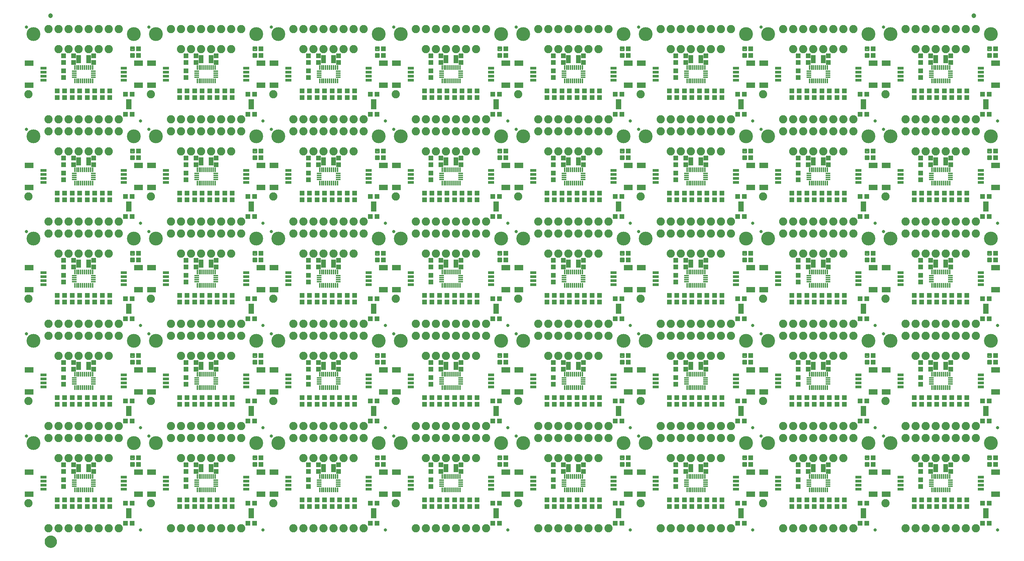
<source format=gts>
G75*
%MOIN*%
%OFA0B0*%
%FSLAX25Y25*%
%IPPOS*%
%LPD*%
%AMOC8*
5,1,8,0,0,1.08239X$1,22.5*
%
%ADD10C,0.13800*%
%ADD11C,0.03300*%
%ADD12R,0.08674X0.05524*%
%ADD13R,0.06115X0.03162*%
%ADD14C,0.08200*%
%ADD15R,0.04737X0.05131*%
%ADD16R,0.01784X0.04737*%
%ADD17R,0.04737X0.01784*%
%ADD18R,0.05131X0.04737*%
%ADD19R,0.05800X0.03300*%
%ADD20R,0.04737X0.07887*%
%ADD21C,0.01421*%
%ADD22C,0.04737*%
%ADD23C,0.05000*%
%ADD24C,0.06706*%
D10*
X0038750Y0118750D03*
X0138750Y0118750D03*
X0160750Y0118750D03*
X0260750Y0118750D03*
X0282750Y0118750D03*
X0382750Y0118750D03*
X0404750Y0118750D03*
X0504750Y0118750D03*
X0526750Y0118750D03*
X0626750Y0118750D03*
X0648750Y0118750D03*
X0748750Y0118750D03*
X0770750Y0118750D03*
X0870750Y0118750D03*
X0892750Y0118750D03*
X0992750Y0118750D03*
X0992750Y0220750D03*
X0892750Y0220750D03*
X0870750Y0220750D03*
X0770750Y0220750D03*
X0748750Y0220750D03*
X0648750Y0220750D03*
X0626750Y0220750D03*
X0526750Y0220750D03*
X0504750Y0220750D03*
X0404750Y0220750D03*
X0382750Y0220750D03*
X0282750Y0220750D03*
X0260750Y0220750D03*
X0160750Y0220750D03*
X0138750Y0220750D03*
X0038750Y0220750D03*
X0038750Y0322750D03*
X0138750Y0322750D03*
X0160750Y0322750D03*
X0260750Y0322750D03*
X0282750Y0322750D03*
X0382750Y0322750D03*
X0404750Y0322750D03*
X0504750Y0322750D03*
X0526750Y0322750D03*
X0626750Y0322750D03*
X0648750Y0322750D03*
X0748750Y0322750D03*
X0770750Y0322750D03*
X0870750Y0322750D03*
X0892750Y0322750D03*
X0992750Y0322750D03*
X0992750Y0424750D03*
X0892750Y0424750D03*
X0870750Y0424750D03*
X0770750Y0424750D03*
X0748750Y0424750D03*
X0648750Y0424750D03*
X0626750Y0424750D03*
X0526750Y0424750D03*
X0504750Y0424750D03*
X0404750Y0424750D03*
X0382750Y0424750D03*
X0282750Y0424750D03*
X0260750Y0424750D03*
X0160750Y0424750D03*
X0138750Y0424750D03*
X0038750Y0424750D03*
X0038750Y0526750D03*
X0138750Y0526750D03*
X0160750Y0526750D03*
X0260750Y0526750D03*
X0282750Y0526750D03*
X0382750Y0526750D03*
X0404750Y0526750D03*
X0504750Y0526750D03*
X0526750Y0526750D03*
X0626750Y0526750D03*
X0648750Y0526750D03*
X0748750Y0526750D03*
X0770750Y0526750D03*
X0870750Y0526750D03*
X0892750Y0526750D03*
X0992750Y0526750D03*
D11*
X0885750Y0533750D03*
X0763750Y0533750D03*
X0641750Y0533750D03*
X0519750Y0533750D03*
X0397750Y0533750D03*
X0275750Y0533750D03*
X0153750Y0533750D03*
X0031750Y0533750D03*
X0145250Y0440250D03*
X0153750Y0431750D03*
X0267250Y0440250D03*
X0275750Y0431750D03*
X0389250Y0440250D03*
X0397750Y0431750D03*
X0511250Y0440250D03*
X0519750Y0431750D03*
X0633250Y0440250D03*
X0641750Y0431750D03*
X0755250Y0440250D03*
X0763750Y0431750D03*
X0877250Y0440250D03*
X0885750Y0431750D03*
X0999250Y0440250D03*
X0999250Y0338250D03*
X0885750Y0329750D03*
X0877250Y0338250D03*
X0763750Y0329750D03*
X0755250Y0338250D03*
X0641750Y0329750D03*
X0633250Y0338250D03*
X0519750Y0329750D03*
X0511250Y0338250D03*
X0397750Y0329750D03*
X0389250Y0338250D03*
X0275750Y0329750D03*
X0267250Y0338250D03*
X0153750Y0329750D03*
X0145250Y0338250D03*
X0031750Y0329750D03*
X0145250Y0236250D03*
X0153750Y0227750D03*
X0267250Y0236250D03*
X0275750Y0227750D03*
X0389250Y0236250D03*
X0397750Y0227750D03*
X0511250Y0236250D03*
X0519750Y0227750D03*
X0633250Y0236250D03*
X0641750Y0227750D03*
X0755250Y0236250D03*
X0763750Y0227750D03*
X0877250Y0236250D03*
X0885750Y0227750D03*
X0999250Y0236250D03*
X0999250Y0134250D03*
X0885750Y0125750D03*
X0877250Y0134250D03*
X0763750Y0125750D03*
X0755250Y0134250D03*
X0641750Y0125750D03*
X0633250Y0134250D03*
X0519750Y0125750D03*
X0511250Y0134250D03*
X0397750Y0125750D03*
X0389250Y0134250D03*
X0275750Y0125750D03*
X0267250Y0134250D03*
X0153750Y0125750D03*
X0145250Y0134250D03*
X0031750Y0125750D03*
X0145250Y0032250D03*
X0267250Y0032250D03*
X0389250Y0032250D03*
X0511250Y0032250D03*
X0633250Y0032250D03*
X0755250Y0032250D03*
X0877250Y0032250D03*
X0999250Y0032250D03*
X0031750Y0227750D03*
X0031750Y0431750D03*
D12*
X0034281Y0395774D03*
X0034281Y0373726D03*
X0143219Y0373726D03*
X0156281Y0373726D03*
X0156281Y0395774D03*
X0143219Y0395774D03*
X0265219Y0395774D03*
X0278281Y0395774D03*
X0278281Y0373726D03*
X0265219Y0373726D03*
X0387219Y0373726D03*
X0400281Y0373726D03*
X0400281Y0395774D03*
X0387219Y0395774D03*
X0509219Y0395774D03*
X0522281Y0395774D03*
X0522281Y0373726D03*
X0509219Y0373726D03*
X0631219Y0373726D03*
X0644281Y0373726D03*
X0644281Y0395774D03*
X0631219Y0395774D03*
X0753219Y0395774D03*
X0766281Y0395774D03*
X0766281Y0373726D03*
X0753219Y0373726D03*
X0875219Y0373726D03*
X0888281Y0373726D03*
X0888281Y0395774D03*
X0875219Y0395774D03*
X0997219Y0395774D03*
X0997219Y0373726D03*
X0997219Y0293774D03*
X0997219Y0271726D03*
X0888281Y0271726D03*
X0875219Y0271726D03*
X0875219Y0293774D03*
X0888281Y0293774D03*
X0766281Y0293774D03*
X0753219Y0293774D03*
X0753219Y0271726D03*
X0766281Y0271726D03*
X0644281Y0271726D03*
X0631219Y0271726D03*
X0631219Y0293774D03*
X0644281Y0293774D03*
X0522281Y0293774D03*
X0509219Y0293774D03*
X0509219Y0271726D03*
X0522281Y0271726D03*
X0400281Y0271726D03*
X0387219Y0271726D03*
X0387219Y0293774D03*
X0400281Y0293774D03*
X0278281Y0293774D03*
X0265219Y0293774D03*
X0265219Y0271726D03*
X0278281Y0271726D03*
X0156281Y0271726D03*
X0143219Y0271726D03*
X0143219Y0293774D03*
X0156281Y0293774D03*
X0034281Y0293774D03*
X0034281Y0271726D03*
X0034281Y0191774D03*
X0034281Y0169726D03*
X0143219Y0169726D03*
X0156281Y0169726D03*
X0156281Y0191774D03*
X0143219Y0191774D03*
X0265219Y0191774D03*
X0278281Y0191774D03*
X0278281Y0169726D03*
X0265219Y0169726D03*
X0387219Y0169726D03*
X0400281Y0169726D03*
X0400281Y0191774D03*
X0387219Y0191774D03*
X0509219Y0191774D03*
X0522281Y0191774D03*
X0522281Y0169726D03*
X0509219Y0169726D03*
X0631219Y0169726D03*
X0644281Y0169726D03*
X0644281Y0191774D03*
X0631219Y0191774D03*
X0753219Y0191774D03*
X0766281Y0191774D03*
X0766281Y0169726D03*
X0753219Y0169726D03*
X0875219Y0169726D03*
X0888281Y0169726D03*
X0888281Y0191774D03*
X0875219Y0191774D03*
X0997219Y0191774D03*
X0997219Y0169726D03*
X0997219Y0089774D03*
X0997219Y0067726D03*
X0888281Y0067726D03*
X0875219Y0067726D03*
X0875219Y0089774D03*
X0888281Y0089774D03*
X0766281Y0089774D03*
X0753219Y0089774D03*
X0753219Y0067726D03*
X0766281Y0067726D03*
X0644281Y0067726D03*
X0631219Y0067726D03*
X0631219Y0089774D03*
X0644281Y0089774D03*
X0522281Y0089774D03*
X0509219Y0089774D03*
X0509219Y0067726D03*
X0522281Y0067726D03*
X0400281Y0067726D03*
X0387219Y0067726D03*
X0387219Y0089774D03*
X0400281Y0089774D03*
X0278281Y0089774D03*
X0265219Y0089774D03*
X0265219Y0067726D03*
X0278281Y0067726D03*
X0156281Y0067726D03*
X0143219Y0067726D03*
X0143219Y0089774D03*
X0156281Y0089774D03*
X0034281Y0089774D03*
X0034281Y0067726D03*
X0034281Y0475726D03*
X0034281Y0497774D03*
X0143219Y0497774D03*
X0156281Y0497774D03*
X0156281Y0475726D03*
X0143219Y0475726D03*
X0265219Y0475726D03*
X0278281Y0475726D03*
X0278281Y0497774D03*
X0265219Y0497774D03*
X0387219Y0497774D03*
X0400281Y0497774D03*
X0400281Y0475726D03*
X0387219Y0475726D03*
X0509219Y0475726D03*
X0522281Y0475726D03*
X0522281Y0497774D03*
X0509219Y0497774D03*
X0631219Y0497774D03*
X0644281Y0497774D03*
X0644281Y0475726D03*
X0631219Y0475726D03*
X0753219Y0475726D03*
X0766281Y0475726D03*
X0766281Y0497774D03*
X0753219Y0497774D03*
X0875219Y0497774D03*
X0888281Y0497774D03*
X0888281Y0475726D03*
X0875219Y0475726D03*
X0997219Y0475726D03*
X0997219Y0497774D03*
D13*
X0982750Y0492656D03*
X0982750Y0488719D03*
X0982750Y0484781D03*
X0982750Y0480844D03*
X0902750Y0480844D03*
X0902750Y0484781D03*
X0902750Y0488719D03*
X0902750Y0492656D03*
X0860750Y0492656D03*
X0860750Y0488719D03*
X0860750Y0484781D03*
X0860750Y0480844D03*
X0780750Y0480844D03*
X0780750Y0484781D03*
X0780750Y0488719D03*
X0780750Y0492656D03*
X0738750Y0492656D03*
X0738750Y0488719D03*
X0738750Y0484781D03*
X0738750Y0480844D03*
X0658750Y0480844D03*
X0658750Y0484781D03*
X0658750Y0488719D03*
X0658750Y0492656D03*
X0616750Y0492656D03*
X0616750Y0488719D03*
X0616750Y0484781D03*
X0616750Y0480844D03*
X0536750Y0480844D03*
X0536750Y0484781D03*
X0536750Y0488719D03*
X0536750Y0492656D03*
X0494750Y0492656D03*
X0494750Y0488719D03*
X0494750Y0484781D03*
X0494750Y0480844D03*
X0414750Y0480844D03*
X0414750Y0484781D03*
X0414750Y0488719D03*
X0414750Y0492656D03*
X0372750Y0492656D03*
X0372750Y0488719D03*
X0372750Y0484781D03*
X0372750Y0480844D03*
X0292750Y0480844D03*
X0292750Y0484781D03*
X0292750Y0488719D03*
X0292750Y0492656D03*
X0250750Y0492656D03*
X0250750Y0488719D03*
X0250750Y0484781D03*
X0250750Y0480844D03*
X0170750Y0480844D03*
X0170750Y0484781D03*
X0170750Y0488719D03*
X0170750Y0492656D03*
X0128750Y0492656D03*
X0128750Y0488719D03*
X0128750Y0484781D03*
X0128750Y0480844D03*
X0048750Y0480844D03*
X0048750Y0484781D03*
X0048750Y0488719D03*
X0048750Y0492656D03*
X0048750Y0390656D03*
X0048750Y0386719D03*
X0048750Y0382781D03*
X0048750Y0378844D03*
X0128750Y0378844D03*
X0128750Y0382781D03*
X0128750Y0386719D03*
X0128750Y0390656D03*
X0170750Y0390656D03*
X0170750Y0386719D03*
X0170750Y0382781D03*
X0170750Y0378844D03*
X0250750Y0378844D03*
X0250750Y0382781D03*
X0250750Y0386719D03*
X0250750Y0390656D03*
X0292750Y0390656D03*
X0292750Y0386719D03*
X0292750Y0382781D03*
X0292750Y0378844D03*
X0372750Y0378844D03*
X0372750Y0382781D03*
X0372750Y0386719D03*
X0372750Y0390656D03*
X0414750Y0390656D03*
X0414750Y0386719D03*
X0414750Y0382781D03*
X0414750Y0378844D03*
X0494750Y0378844D03*
X0494750Y0382781D03*
X0494750Y0386719D03*
X0494750Y0390656D03*
X0536750Y0390656D03*
X0536750Y0386719D03*
X0536750Y0382781D03*
X0536750Y0378844D03*
X0616750Y0378844D03*
X0616750Y0382781D03*
X0616750Y0386719D03*
X0616750Y0390656D03*
X0658750Y0390656D03*
X0658750Y0386719D03*
X0658750Y0382781D03*
X0658750Y0378844D03*
X0738750Y0378844D03*
X0738750Y0382781D03*
X0738750Y0386719D03*
X0738750Y0390656D03*
X0780750Y0390656D03*
X0780750Y0386719D03*
X0780750Y0382781D03*
X0780750Y0378844D03*
X0860750Y0378844D03*
X0860750Y0382781D03*
X0860750Y0386719D03*
X0860750Y0390656D03*
X0902750Y0390656D03*
X0902750Y0386719D03*
X0902750Y0382781D03*
X0902750Y0378844D03*
X0982750Y0378844D03*
X0982750Y0382781D03*
X0982750Y0386719D03*
X0982750Y0390656D03*
X0982750Y0288656D03*
X0982750Y0284719D03*
X0982750Y0280781D03*
X0982750Y0276844D03*
X0902750Y0276844D03*
X0902750Y0280781D03*
X0902750Y0284719D03*
X0902750Y0288656D03*
X0860750Y0288656D03*
X0860750Y0284719D03*
X0860750Y0280781D03*
X0860750Y0276844D03*
X0780750Y0276844D03*
X0780750Y0280781D03*
X0780750Y0284719D03*
X0780750Y0288656D03*
X0738750Y0288656D03*
X0738750Y0284719D03*
X0738750Y0280781D03*
X0738750Y0276844D03*
X0658750Y0276844D03*
X0658750Y0280781D03*
X0658750Y0284719D03*
X0658750Y0288656D03*
X0616750Y0288656D03*
X0616750Y0284719D03*
X0616750Y0280781D03*
X0616750Y0276844D03*
X0536750Y0276844D03*
X0536750Y0280781D03*
X0536750Y0284719D03*
X0536750Y0288656D03*
X0494750Y0288656D03*
X0494750Y0284719D03*
X0494750Y0280781D03*
X0494750Y0276844D03*
X0414750Y0276844D03*
X0414750Y0280781D03*
X0414750Y0284719D03*
X0414750Y0288656D03*
X0372750Y0288656D03*
X0372750Y0284719D03*
X0372750Y0280781D03*
X0372750Y0276844D03*
X0292750Y0276844D03*
X0292750Y0280781D03*
X0292750Y0284719D03*
X0292750Y0288656D03*
X0250750Y0288656D03*
X0250750Y0284719D03*
X0250750Y0280781D03*
X0250750Y0276844D03*
X0170750Y0276844D03*
X0170750Y0280781D03*
X0170750Y0284719D03*
X0170750Y0288656D03*
X0128750Y0288656D03*
X0128750Y0284719D03*
X0128750Y0280781D03*
X0128750Y0276844D03*
X0048750Y0276844D03*
X0048750Y0280781D03*
X0048750Y0284719D03*
X0048750Y0288656D03*
X0048750Y0186656D03*
X0048750Y0182719D03*
X0048750Y0178781D03*
X0048750Y0174844D03*
X0128750Y0174844D03*
X0128750Y0178781D03*
X0128750Y0182719D03*
X0128750Y0186656D03*
X0170750Y0186656D03*
X0170750Y0182719D03*
X0170750Y0178781D03*
X0170750Y0174844D03*
X0250750Y0174844D03*
X0250750Y0178781D03*
X0250750Y0182719D03*
X0250750Y0186656D03*
X0292750Y0186656D03*
X0292750Y0182719D03*
X0292750Y0178781D03*
X0292750Y0174844D03*
X0372750Y0174844D03*
X0372750Y0178781D03*
X0372750Y0182719D03*
X0372750Y0186656D03*
X0414750Y0186656D03*
X0414750Y0182719D03*
X0414750Y0178781D03*
X0414750Y0174844D03*
X0494750Y0174844D03*
X0494750Y0178781D03*
X0494750Y0182719D03*
X0494750Y0186656D03*
X0536750Y0186656D03*
X0536750Y0182719D03*
X0536750Y0178781D03*
X0536750Y0174844D03*
X0616750Y0174844D03*
X0616750Y0178781D03*
X0616750Y0182719D03*
X0616750Y0186656D03*
X0658750Y0186656D03*
X0658750Y0182719D03*
X0658750Y0178781D03*
X0658750Y0174844D03*
X0738750Y0174844D03*
X0738750Y0178781D03*
X0738750Y0182719D03*
X0738750Y0186656D03*
X0780750Y0186656D03*
X0780750Y0182719D03*
X0780750Y0178781D03*
X0780750Y0174844D03*
X0860750Y0174844D03*
X0860750Y0178781D03*
X0860750Y0182719D03*
X0860750Y0186656D03*
X0902750Y0186656D03*
X0902750Y0182719D03*
X0902750Y0178781D03*
X0902750Y0174844D03*
X0982750Y0174844D03*
X0982750Y0178781D03*
X0982750Y0182719D03*
X0982750Y0186656D03*
X0982750Y0084656D03*
X0982750Y0080719D03*
X0982750Y0076781D03*
X0982750Y0072844D03*
X0902750Y0072844D03*
X0902750Y0076781D03*
X0902750Y0080719D03*
X0902750Y0084656D03*
X0860750Y0084656D03*
X0860750Y0080719D03*
X0860750Y0076781D03*
X0860750Y0072844D03*
X0780750Y0072844D03*
X0780750Y0076781D03*
X0780750Y0080719D03*
X0780750Y0084656D03*
X0738750Y0084656D03*
X0738750Y0080719D03*
X0738750Y0076781D03*
X0738750Y0072844D03*
X0658750Y0072844D03*
X0658750Y0076781D03*
X0658750Y0080719D03*
X0658750Y0084656D03*
X0616750Y0084656D03*
X0616750Y0080719D03*
X0616750Y0076781D03*
X0616750Y0072844D03*
X0536750Y0072844D03*
X0536750Y0076781D03*
X0536750Y0080719D03*
X0536750Y0084656D03*
X0494750Y0084656D03*
X0494750Y0080719D03*
X0494750Y0076781D03*
X0494750Y0072844D03*
X0414750Y0072844D03*
X0414750Y0076781D03*
X0414750Y0080719D03*
X0414750Y0084656D03*
X0372750Y0084656D03*
X0372750Y0080719D03*
X0372750Y0076781D03*
X0372750Y0072844D03*
X0292750Y0072844D03*
X0292750Y0076781D03*
X0292750Y0080719D03*
X0292750Y0084656D03*
X0250750Y0084656D03*
X0250750Y0080719D03*
X0250750Y0076781D03*
X0250750Y0072844D03*
X0170750Y0072844D03*
X0170750Y0076781D03*
X0170750Y0080719D03*
X0170750Y0084656D03*
X0128750Y0084656D03*
X0128750Y0080719D03*
X0128750Y0076781D03*
X0128750Y0072844D03*
X0048750Y0072844D03*
X0048750Y0076781D03*
X0048750Y0080719D03*
X0048750Y0084656D03*
D14*
X0063750Y0103750D03*
X0073750Y0103750D03*
X0083750Y0103750D03*
X0093750Y0103750D03*
X0103750Y0103750D03*
X0113750Y0103750D03*
X0113750Y0123750D03*
X0103750Y0123750D03*
X0093750Y0123750D03*
X0083750Y0123750D03*
X0073750Y0123750D03*
X0063750Y0123750D03*
X0053750Y0123750D03*
X0053750Y0135750D03*
X0063750Y0135750D03*
X0073750Y0135750D03*
X0083750Y0135750D03*
X0093750Y0135750D03*
X0103750Y0135750D03*
X0113750Y0135750D03*
X0123750Y0135750D03*
X0123750Y0123750D03*
X0175750Y0123750D03*
X0185750Y0123750D03*
X0195750Y0123750D03*
X0205750Y0123750D03*
X0215750Y0123750D03*
X0225750Y0123750D03*
X0235750Y0123750D03*
X0245750Y0123750D03*
X0245750Y0135750D03*
X0235750Y0135750D03*
X0225750Y0135750D03*
X0215750Y0135750D03*
X0205750Y0135750D03*
X0195750Y0135750D03*
X0185750Y0135750D03*
X0175750Y0135750D03*
X0155750Y0160750D03*
X0185750Y0205750D03*
X0195750Y0205750D03*
X0205750Y0205750D03*
X0215750Y0205750D03*
X0225750Y0205750D03*
X0235750Y0205750D03*
X0235750Y0225750D03*
X0225750Y0225750D03*
X0215750Y0225750D03*
X0205750Y0225750D03*
X0195750Y0225750D03*
X0185750Y0225750D03*
X0175750Y0225750D03*
X0175750Y0237750D03*
X0185750Y0237750D03*
X0195750Y0237750D03*
X0205750Y0237750D03*
X0215750Y0237750D03*
X0225750Y0237750D03*
X0235750Y0237750D03*
X0245750Y0237750D03*
X0245750Y0225750D03*
X0297750Y0225750D03*
X0307750Y0225750D03*
X0317750Y0225750D03*
X0327750Y0225750D03*
X0337750Y0225750D03*
X0347750Y0225750D03*
X0357750Y0225750D03*
X0367750Y0225750D03*
X0367750Y0237750D03*
X0357750Y0237750D03*
X0347750Y0237750D03*
X0337750Y0237750D03*
X0327750Y0237750D03*
X0317750Y0237750D03*
X0307750Y0237750D03*
X0297750Y0237750D03*
X0277750Y0262750D03*
X0307750Y0307750D03*
X0317750Y0307750D03*
X0327750Y0307750D03*
X0337750Y0307750D03*
X0347750Y0307750D03*
X0357750Y0307750D03*
X0357750Y0327750D03*
X0347750Y0327750D03*
X0337750Y0327750D03*
X0327750Y0327750D03*
X0317750Y0327750D03*
X0307750Y0327750D03*
X0297750Y0327750D03*
X0297750Y0339750D03*
X0307750Y0339750D03*
X0317750Y0339750D03*
X0327750Y0339750D03*
X0337750Y0339750D03*
X0347750Y0339750D03*
X0357750Y0339750D03*
X0367750Y0339750D03*
X0367750Y0327750D03*
X0419750Y0327750D03*
X0429750Y0327750D03*
X0439750Y0327750D03*
X0449750Y0327750D03*
X0459750Y0327750D03*
X0469750Y0327750D03*
X0479750Y0327750D03*
X0489750Y0327750D03*
X0489750Y0339750D03*
X0479750Y0339750D03*
X0469750Y0339750D03*
X0459750Y0339750D03*
X0449750Y0339750D03*
X0439750Y0339750D03*
X0429750Y0339750D03*
X0419750Y0339750D03*
X0399750Y0364750D03*
X0429750Y0409750D03*
X0439750Y0409750D03*
X0449750Y0409750D03*
X0459750Y0409750D03*
X0469750Y0409750D03*
X0479750Y0409750D03*
X0479750Y0429750D03*
X0469750Y0429750D03*
X0459750Y0429750D03*
X0449750Y0429750D03*
X0439750Y0429750D03*
X0429750Y0429750D03*
X0419750Y0429750D03*
X0419750Y0441750D03*
X0429750Y0441750D03*
X0439750Y0441750D03*
X0449750Y0441750D03*
X0459750Y0441750D03*
X0469750Y0441750D03*
X0479750Y0441750D03*
X0489750Y0441750D03*
X0489750Y0429750D03*
X0541750Y0429750D03*
X0551750Y0429750D03*
X0561750Y0429750D03*
X0571750Y0429750D03*
X0581750Y0429750D03*
X0591750Y0429750D03*
X0601750Y0429750D03*
X0611750Y0429750D03*
X0611750Y0441750D03*
X0601750Y0441750D03*
X0591750Y0441750D03*
X0581750Y0441750D03*
X0571750Y0441750D03*
X0561750Y0441750D03*
X0551750Y0441750D03*
X0541750Y0441750D03*
X0521750Y0466750D03*
X0551750Y0511750D03*
X0561750Y0511750D03*
X0571750Y0511750D03*
X0581750Y0511750D03*
X0591750Y0511750D03*
X0601750Y0511750D03*
X0601750Y0531750D03*
X0591750Y0531750D03*
X0581750Y0531750D03*
X0571750Y0531750D03*
X0561750Y0531750D03*
X0551750Y0531750D03*
X0541750Y0531750D03*
X0489750Y0531750D03*
X0479750Y0531750D03*
X0469750Y0531750D03*
X0459750Y0531750D03*
X0449750Y0531750D03*
X0439750Y0531750D03*
X0429750Y0531750D03*
X0419750Y0531750D03*
X0429750Y0511750D03*
X0439750Y0511750D03*
X0449750Y0511750D03*
X0459750Y0511750D03*
X0469750Y0511750D03*
X0479750Y0511750D03*
X0399750Y0466750D03*
X0367750Y0441750D03*
X0357750Y0441750D03*
X0347750Y0441750D03*
X0337750Y0441750D03*
X0327750Y0441750D03*
X0317750Y0441750D03*
X0307750Y0441750D03*
X0297750Y0441750D03*
X0297750Y0429750D03*
X0307750Y0429750D03*
X0317750Y0429750D03*
X0327750Y0429750D03*
X0337750Y0429750D03*
X0347750Y0429750D03*
X0357750Y0429750D03*
X0367750Y0429750D03*
X0357750Y0409750D03*
X0347750Y0409750D03*
X0337750Y0409750D03*
X0327750Y0409750D03*
X0317750Y0409750D03*
X0307750Y0409750D03*
X0245750Y0429750D03*
X0235750Y0429750D03*
X0225750Y0429750D03*
X0215750Y0429750D03*
X0205750Y0429750D03*
X0195750Y0429750D03*
X0185750Y0429750D03*
X0175750Y0429750D03*
X0175750Y0441750D03*
X0185750Y0441750D03*
X0195750Y0441750D03*
X0205750Y0441750D03*
X0215750Y0441750D03*
X0225750Y0441750D03*
X0235750Y0441750D03*
X0245750Y0441750D03*
X0277750Y0466750D03*
X0307750Y0511750D03*
X0317750Y0511750D03*
X0327750Y0511750D03*
X0337750Y0511750D03*
X0347750Y0511750D03*
X0357750Y0511750D03*
X0357750Y0531750D03*
X0347750Y0531750D03*
X0337750Y0531750D03*
X0327750Y0531750D03*
X0317750Y0531750D03*
X0307750Y0531750D03*
X0297750Y0531750D03*
X0245750Y0531750D03*
X0235750Y0531750D03*
X0225750Y0531750D03*
X0215750Y0531750D03*
X0205750Y0531750D03*
X0195750Y0531750D03*
X0185750Y0531750D03*
X0175750Y0531750D03*
X0185750Y0511750D03*
X0195750Y0511750D03*
X0205750Y0511750D03*
X0215750Y0511750D03*
X0225750Y0511750D03*
X0235750Y0511750D03*
X0155750Y0466750D03*
X0123750Y0441750D03*
X0113750Y0441750D03*
X0103750Y0441750D03*
X0093750Y0441750D03*
X0083750Y0441750D03*
X0073750Y0441750D03*
X0063750Y0441750D03*
X0053750Y0441750D03*
X0053750Y0429750D03*
X0063750Y0429750D03*
X0073750Y0429750D03*
X0083750Y0429750D03*
X0093750Y0429750D03*
X0103750Y0429750D03*
X0113750Y0429750D03*
X0123750Y0429750D03*
X0113750Y0409750D03*
X0103750Y0409750D03*
X0093750Y0409750D03*
X0083750Y0409750D03*
X0073750Y0409750D03*
X0063750Y0409750D03*
X0033750Y0364750D03*
X0053750Y0339750D03*
X0063750Y0339750D03*
X0073750Y0339750D03*
X0083750Y0339750D03*
X0093750Y0339750D03*
X0103750Y0339750D03*
X0113750Y0339750D03*
X0123750Y0339750D03*
X0123750Y0327750D03*
X0113750Y0327750D03*
X0103750Y0327750D03*
X0093750Y0327750D03*
X0083750Y0327750D03*
X0073750Y0327750D03*
X0063750Y0327750D03*
X0053750Y0327750D03*
X0063750Y0307750D03*
X0073750Y0307750D03*
X0083750Y0307750D03*
X0093750Y0307750D03*
X0103750Y0307750D03*
X0113750Y0307750D03*
X0175750Y0327750D03*
X0185750Y0327750D03*
X0195750Y0327750D03*
X0205750Y0327750D03*
X0215750Y0327750D03*
X0225750Y0327750D03*
X0235750Y0327750D03*
X0245750Y0327750D03*
X0245750Y0339750D03*
X0235750Y0339750D03*
X0225750Y0339750D03*
X0215750Y0339750D03*
X0205750Y0339750D03*
X0195750Y0339750D03*
X0185750Y0339750D03*
X0175750Y0339750D03*
X0155750Y0364750D03*
X0185750Y0409750D03*
X0195750Y0409750D03*
X0205750Y0409750D03*
X0215750Y0409750D03*
X0225750Y0409750D03*
X0235750Y0409750D03*
X0277750Y0364750D03*
X0235750Y0307750D03*
X0225750Y0307750D03*
X0215750Y0307750D03*
X0205750Y0307750D03*
X0195750Y0307750D03*
X0185750Y0307750D03*
X0155750Y0262750D03*
X0123750Y0237750D03*
X0113750Y0237750D03*
X0103750Y0237750D03*
X0093750Y0237750D03*
X0083750Y0237750D03*
X0073750Y0237750D03*
X0063750Y0237750D03*
X0053750Y0237750D03*
X0053750Y0225750D03*
X0063750Y0225750D03*
X0073750Y0225750D03*
X0083750Y0225750D03*
X0093750Y0225750D03*
X0103750Y0225750D03*
X0113750Y0225750D03*
X0123750Y0225750D03*
X0113750Y0205750D03*
X0103750Y0205750D03*
X0093750Y0205750D03*
X0083750Y0205750D03*
X0073750Y0205750D03*
X0063750Y0205750D03*
X0033750Y0160750D03*
X0185750Y0103750D03*
X0195750Y0103750D03*
X0205750Y0103750D03*
X0215750Y0103750D03*
X0225750Y0103750D03*
X0235750Y0103750D03*
X0297750Y0123750D03*
X0307750Y0123750D03*
X0317750Y0123750D03*
X0327750Y0123750D03*
X0337750Y0123750D03*
X0347750Y0123750D03*
X0357750Y0123750D03*
X0367750Y0123750D03*
X0367750Y0135750D03*
X0357750Y0135750D03*
X0347750Y0135750D03*
X0337750Y0135750D03*
X0327750Y0135750D03*
X0317750Y0135750D03*
X0307750Y0135750D03*
X0297750Y0135750D03*
X0277750Y0160750D03*
X0307750Y0205750D03*
X0317750Y0205750D03*
X0327750Y0205750D03*
X0337750Y0205750D03*
X0347750Y0205750D03*
X0357750Y0205750D03*
X0419750Y0225750D03*
X0429750Y0225750D03*
X0439750Y0225750D03*
X0449750Y0225750D03*
X0459750Y0225750D03*
X0469750Y0225750D03*
X0479750Y0225750D03*
X0489750Y0225750D03*
X0489750Y0237750D03*
X0479750Y0237750D03*
X0469750Y0237750D03*
X0459750Y0237750D03*
X0449750Y0237750D03*
X0439750Y0237750D03*
X0429750Y0237750D03*
X0419750Y0237750D03*
X0399750Y0262750D03*
X0429750Y0307750D03*
X0439750Y0307750D03*
X0449750Y0307750D03*
X0459750Y0307750D03*
X0469750Y0307750D03*
X0479750Y0307750D03*
X0541750Y0327750D03*
X0551750Y0327750D03*
X0561750Y0327750D03*
X0571750Y0327750D03*
X0581750Y0327750D03*
X0591750Y0327750D03*
X0601750Y0327750D03*
X0611750Y0327750D03*
X0611750Y0339750D03*
X0601750Y0339750D03*
X0591750Y0339750D03*
X0581750Y0339750D03*
X0571750Y0339750D03*
X0561750Y0339750D03*
X0551750Y0339750D03*
X0541750Y0339750D03*
X0521750Y0364750D03*
X0551750Y0409750D03*
X0561750Y0409750D03*
X0571750Y0409750D03*
X0581750Y0409750D03*
X0591750Y0409750D03*
X0601750Y0409750D03*
X0663750Y0429750D03*
X0673750Y0429750D03*
X0683750Y0429750D03*
X0693750Y0429750D03*
X0703750Y0429750D03*
X0713750Y0429750D03*
X0723750Y0429750D03*
X0733750Y0429750D03*
X0733750Y0441750D03*
X0723750Y0441750D03*
X0713750Y0441750D03*
X0703750Y0441750D03*
X0693750Y0441750D03*
X0683750Y0441750D03*
X0673750Y0441750D03*
X0663750Y0441750D03*
X0643750Y0466750D03*
X0673750Y0511750D03*
X0683750Y0511750D03*
X0693750Y0511750D03*
X0703750Y0511750D03*
X0713750Y0511750D03*
X0723750Y0511750D03*
X0723750Y0531750D03*
X0713750Y0531750D03*
X0703750Y0531750D03*
X0693750Y0531750D03*
X0683750Y0531750D03*
X0673750Y0531750D03*
X0663750Y0531750D03*
X0611750Y0531750D03*
X0733750Y0531750D03*
X0785750Y0531750D03*
X0795750Y0531750D03*
X0805750Y0531750D03*
X0815750Y0531750D03*
X0825750Y0531750D03*
X0835750Y0531750D03*
X0845750Y0531750D03*
X0855750Y0531750D03*
X0845750Y0511750D03*
X0835750Y0511750D03*
X0825750Y0511750D03*
X0815750Y0511750D03*
X0805750Y0511750D03*
X0795750Y0511750D03*
X0765750Y0466750D03*
X0785750Y0441750D03*
X0795750Y0441750D03*
X0805750Y0441750D03*
X0815750Y0441750D03*
X0825750Y0441750D03*
X0835750Y0441750D03*
X0845750Y0441750D03*
X0855750Y0441750D03*
X0855750Y0429750D03*
X0845750Y0429750D03*
X0835750Y0429750D03*
X0825750Y0429750D03*
X0815750Y0429750D03*
X0805750Y0429750D03*
X0795750Y0429750D03*
X0785750Y0429750D03*
X0795750Y0409750D03*
X0805750Y0409750D03*
X0815750Y0409750D03*
X0825750Y0409750D03*
X0835750Y0409750D03*
X0845750Y0409750D03*
X0907750Y0429750D03*
X0917750Y0429750D03*
X0927750Y0429750D03*
X0937750Y0429750D03*
X0947750Y0429750D03*
X0957750Y0429750D03*
X0967750Y0429750D03*
X0977750Y0429750D03*
X0977750Y0441750D03*
X0967750Y0441750D03*
X0957750Y0441750D03*
X0947750Y0441750D03*
X0937750Y0441750D03*
X0927750Y0441750D03*
X0917750Y0441750D03*
X0907750Y0441750D03*
X0887750Y0466750D03*
X0917750Y0511750D03*
X0927750Y0511750D03*
X0937750Y0511750D03*
X0947750Y0511750D03*
X0957750Y0511750D03*
X0967750Y0511750D03*
X0967750Y0531750D03*
X0957750Y0531750D03*
X0947750Y0531750D03*
X0937750Y0531750D03*
X0927750Y0531750D03*
X0917750Y0531750D03*
X0907750Y0531750D03*
X0977750Y0531750D03*
X0967750Y0409750D03*
X0957750Y0409750D03*
X0947750Y0409750D03*
X0937750Y0409750D03*
X0927750Y0409750D03*
X0917750Y0409750D03*
X0887750Y0364750D03*
X0907750Y0339750D03*
X0917750Y0339750D03*
X0927750Y0339750D03*
X0937750Y0339750D03*
X0947750Y0339750D03*
X0957750Y0339750D03*
X0967750Y0339750D03*
X0977750Y0339750D03*
X0977750Y0327750D03*
X0967750Y0327750D03*
X0957750Y0327750D03*
X0947750Y0327750D03*
X0937750Y0327750D03*
X0927750Y0327750D03*
X0917750Y0327750D03*
X0907750Y0327750D03*
X0917750Y0307750D03*
X0927750Y0307750D03*
X0937750Y0307750D03*
X0947750Y0307750D03*
X0957750Y0307750D03*
X0967750Y0307750D03*
X0887750Y0262750D03*
X0907750Y0237750D03*
X0917750Y0237750D03*
X0927750Y0237750D03*
X0937750Y0237750D03*
X0947750Y0237750D03*
X0957750Y0237750D03*
X0967750Y0237750D03*
X0977750Y0237750D03*
X0977750Y0225750D03*
X0967750Y0225750D03*
X0957750Y0225750D03*
X0947750Y0225750D03*
X0937750Y0225750D03*
X0927750Y0225750D03*
X0917750Y0225750D03*
X0907750Y0225750D03*
X0917750Y0205750D03*
X0927750Y0205750D03*
X0937750Y0205750D03*
X0947750Y0205750D03*
X0957750Y0205750D03*
X0967750Y0205750D03*
X0887750Y0160750D03*
X0907750Y0135750D03*
X0917750Y0135750D03*
X0927750Y0135750D03*
X0937750Y0135750D03*
X0947750Y0135750D03*
X0957750Y0135750D03*
X0967750Y0135750D03*
X0977750Y0135750D03*
X0977750Y0123750D03*
X0967750Y0123750D03*
X0957750Y0123750D03*
X0947750Y0123750D03*
X0937750Y0123750D03*
X0927750Y0123750D03*
X0917750Y0123750D03*
X0907750Y0123750D03*
X0917750Y0103750D03*
X0927750Y0103750D03*
X0937750Y0103750D03*
X0947750Y0103750D03*
X0957750Y0103750D03*
X0967750Y0103750D03*
X0887750Y0058750D03*
X0907750Y0033750D03*
X0917750Y0033750D03*
X0927750Y0033750D03*
X0937750Y0033750D03*
X0947750Y0033750D03*
X0957750Y0033750D03*
X0967750Y0033750D03*
X0977750Y0033750D03*
X0855750Y0033750D03*
X0845750Y0033750D03*
X0835750Y0033750D03*
X0825750Y0033750D03*
X0815750Y0033750D03*
X0805750Y0033750D03*
X0795750Y0033750D03*
X0785750Y0033750D03*
X0765750Y0058750D03*
X0733750Y0033750D03*
X0723750Y0033750D03*
X0713750Y0033750D03*
X0703750Y0033750D03*
X0693750Y0033750D03*
X0683750Y0033750D03*
X0673750Y0033750D03*
X0663750Y0033750D03*
X0643750Y0058750D03*
X0611750Y0033750D03*
X0601750Y0033750D03*
X0591750Y0033750D03*
X0581750Y0033750D03*
X0571750Y0033750D03*
X0561750Y0033750D03*
X0551750Y0033750D03*
X0541750Y0033750D03*
X0521750Y0058750D03*
X0489750Y0033750D03*
X0479750Y0033750D03*
X0469750Y0033750D03*
X0459750Y0033750D03*
X0449750Y0033750D03*
X0439750Y0033750D03*
X0429750Y0033750D03*
X0419750Y0033750D03*
X0399750Y0058750D03*
X0367750Y0033750D03*
X0357750Y0033750D03*
X0347750Y0033750D03*
X0337750Y0033750D03*
X0327750Y0033750D03*
X0317750Y0033750D03*
X0307750Y0033750D03*
X0297750Y0033750D03*
X0277750Y0058750D03*
X0245750Y0033750D03*
X0235750Y0033750D03*
X0225750Y0033750D03*
X0215750Y0033750D03*
X0205750Y0033750D03*
X0195750Y0033750D03*
X0185750Y0033750D03*
X0175750Y0033750D03*
X0155750Y0058750D03*
X0123750Y0033750D03*
X0113750Y0033750D03*
X0103750Y0033750D03*
X0093750Y0033750D03*
X0083750Y0033750D03*
X0073750Y0033750D03*
X0063750Y0033750D03*
X0053750Y0033750D03*
X0033750Y0058750D03*
X0307750Y0103750D03*
X0317750Y0103750D03*
X0327750Y0103750D03*
X0337750Y0103750D03*
X0347750Y0103750D03*
X0357750Y0103750D03*
X0419750Y0123750D03*
X0429750Y0123750D03*
X0439750Y0123750D03*
X0449750Y0123750D03*
X0459750Y0123750D03*
X0469750Y0123750D03*
X0479750Y0123750D03*
X0489750Y0123750D03*
X0489750Y0135750D03*
X0479750Y0135750D03*
X0469750Y0135750D03*
X0459750Y0135750D03*
X0449750Y0135750D03*
X0439750Y0135750D03*
X0429750Y0135750D03*
X0419750Y0135750D03*
X0399750Y0160750D03*
X0429750Y0205750D03*
X0439750Y0205750D03*
X0449750Y0205750D03*
X0459750Y0205750D03*
X0469750Y0205750D03*
X0479750Y0205750D03*
X0541750Y0225750D03*
X0551750Y0225750D03*
X0561750Y0225750D03*
X0571750Y0225750D03*
X0581750Y0225750D03*
X0591750Y0225750D03*
X0601750Y0225750D03*
X0611750Y0225750D03*
X0611750Y0237750D03*
X0601750Y0237750D03*
X0591750Y0237750D03*
X0581750Y0237750D03*
X0571750Y0237750D03*
X0561750Y0237750D03*
X0551750Y0237750D03*
X0541750Y0237750D03*
X0521750Y0262750D03*
X0551750Y0307750D03*
X0561750Y0307750D03*
X0571750Y0307750D03*
X0581750Y0307750D03*
X0591750Y0307750D03*
X0601750Y0307750D03*
X0663750Y0327750D03*
X0673750Y0327750D03*
X0683750Y0327750D03*
X0693750Y0327750D03*
X0703750Y0327750D03*
X0713750Y0327750D03*
X0723750Y0327750D03*
X0733750Y0327750D03*
X0733750Y0339750D03*
X0723750Y0339750D03*
X0713750Y0339750D03*
X0703750Y0339750D03*
X0693750Y0339750D03*
X0683750Y0339750D03*
X0673750Y0339750D03*
X0663750Y0339750D03*
X0643750Y0364750D03*
X0673750Y0409750D03*
X0683750Y0409750D03*
X0693750Y0409750D03*
X0703750Y0409750D03*
X0713750Y0409750D03*
X0723750Y0409750D03*
X0765750Y0364750D03*
X0785750Y0339750D03*
X0795750Y0339750D03*
X0805750Y0339750D03*
X0815750Y0339750D03*
X0825750Y0339750D03*
X0835750Y0339750D03*
X0845750Y0339750D03*
X0855750Y0339750D03*
X0855750Y0327750D03*
X0845750Y0327750D03*
X0835750Y0327750D03*
X0825750Y0327750D03*
X0815750Y0327750D03*
X0805750Y0327750D03*
X0795750Y0327750D03*
X0785750Y0327750D03*
X0795750Y0307750D03*
X0805750Y0307750D03*
X0815750Y0307750D03*
X0825750Y0307750D03*
X0835750Y0307750D03*
X0845750Y0307750D03*
X0765750Y0262750D03*
X0785750Y0237750D03*
X0795750Y0237750D03*
X0805750Y0237750D03*
X0815750Y0237750D03*
X0825750Y0237750D03*
X0835750Y0237750D03*
X0845750Y0237750D03*
X0855750Y0237750D03*
X0855750Y0225750D03*
X0845750Y0225750D03*
X0835750Y0225750D03*
X0825750Y0225750D03*
X0815750Y0225750D03*
X0805750Y0225750D03*
X0795750Y0225750D03*
X0785750Y0225750D03*
X0795750Y0205750D03*
X0805750Y0205750D03*
X0815750Y0205750D03*
X0825750Y0205750D03*
X0835750Y0205750D03*
X0845750Y0205750D03*
X0765750Y0160750D03*
X0785750Y0135750D03*
X0795750Y0135750D03*
X0805750Y0135750D03*
X0815750Y0135750D03*
X0825750Y0135750D03*
X0835750Y0135750D03*
X0845750Y0135750D03*
X0855750Y0135750D03*
X0855750Y0123750D03*
X0845750Y0123750D03*
X0835750Y0123750D03*
X0825750Y0123750D03*
X0815750Y0123750D03*
X0805750Y0123750D03*
X0795750Y0123750D03*
X0785750Y0123750D03*
X0795750Y0103750D03*
X0805750Y0103750D03*
X0815750Y0103750D03*
X0825750Y0103750D03*
X0835750Y0103750D03*
X0845750Y0103750D03*
X0733750Y0123750D03*
X0723750Y0123750D03*
X0713750Y0123750D03*
X0703750Y0123750D03*
X0693750Y0123750D03*
X0683750Y0123750D03*
X0673750Y0123750D03*
X0663750Y0123750D03*
X0663750Y0135750D03*
X0673750Y0135750D03*
X0683750Y0135750D03*
X0693750Y0135750D03*
X0703750Y0135750D03*
X0713750Y0135750D03*
X0723750Y0135750D03*
X0733750Y0135750D03*
X0723750Y0103750D03*
X0713750Y0103750D03*
X0703750Y0103750D03*
X0693750Y0103750D03*
X0683750Y0103750D03*
X0673750Y0103750D03*
X0611750Y0123750D03*
X0601750Y0123750D03*
X0591750Y0123750D03*
X0581750Y0123750D03*
X0571750Y0123750D03*
X0561750Y0123750D03*
X0551750Y0123750D03*
X0541750Y0123750D03*
X0541750Y0135750D03*
X0551750Y0135750D03*
X0561750Y0135750D03*
X0571750Y0135750D03*
X0581750Y0135750D03*
X0591750Y0135750D03*
X0601750Y0135750D03*
X0611750Y0135750D03*
X0643750Y0160750D03*
X0673750Y0205750D03*
X0683750Y0205750D03*
X0693750Y0205750D03*
X0703750Y0205750D03*
X0713750Y0205750D03*
X0723750Y0205750D03*
X0723750Y0225750D03*
X0713750Y0225750D03*
X0703750Y0225750D03*
X0693750Y0225750D03*
X0683750Y0225750D03*
X0673750Y0225750D03*
X0663750Y0225750D03*
X0663750Y0237750D03*
X0673750Y0237750D03*
X0683750Y0237750D03*
X0693750Y0237750D03*
X0703750Y0237750D03*
X0713750Y0237750D03*
X0723750Y0237750D03*
X0733750Y0237750D03*
X0733750Y0225750D03*
X0643750Y0262750D03*
X0673750Y0307750D03*
X0683750Y0307750D03*
X0693750Y0307750D03*
X0703750Y0307750D03*
X0713750Y0307750D03*
X0723750Y0307750D03*
X0601750Y0205750D03*
X0591750Y0205750D03*
X0581750Y0205750D03*
X0571750Y0205750D03*
X0561750Y0205750D03*
X0551750Y0205750D03*
X0521750Y0160750D03*
X0551750Y0103750D03*
X0561750Y0103750D03*
X0571750Y0103750D03*
X0581750Y0103750D03*
X0591750Y0103750D03*
X0601750Y0103750D03*
X0479750Y0103750D03*
X0469750Y0103750D03*
X0459750Y0103750D03*
X0449750Y0103750D03*
X0439750Y0103750D03*
X0429750Y0103750D03*
X0033750Y0262750D03*
X0033750Y0466750D03*
X0063750Y0511750D03*
X0073750Y0511750D03*
X0083750Y0511750D03*
X0093750Y0511750D03*
X0103750Y0511750D03*
X0113750Y0511750D03*
X0113750Y0531750D03*
X0103750Y0531750D03*
X0093750Y0531750D03*
X0083750Y0531750D03*
X0073750Y0531750D03*
X0063750Y0531750D03*
X0053750Y0531750D03*
X0123750Y0531750D03*
X0367750Y0531750D03*
D15*
X0387250Y0512096D03*
X0387250Y0505404D03*
X0342750Y0505096D03*
X0342750Y0498404D03*
X0322750Y0498404D03*
X0322750Y0505096D03*
X0312750Y0505096D03*
X0312750Y0498404D03*
X0312750Y0490096D03*
X0312750Y0483404D03*
X0313750Y0470096D03*
X0313750Y0463404D03*
X0321250Y0463404D03*
X0321250Y0470096D03*
X0328750Y0470096D03*
X0328750Y0463404D03*
X0336250Y0463404D03*
X0336250Y0470096D03*
X0343750Y0470096D03*
X0343750Y0463404D03*
X0351250Y0463404D03*
X0351250Y0470096D03*
X0358750Y0470096D03*
X0358750Y0463404D03*
X0306250Y0463404D03*
X0306250Y0470096D03*
X0265250Y0505404D03*
X0265250Y0512096D03*
X0220750Y0505096D03*
X0220750Y0498404D03*
X0200750Y0498404D03*
X0200750Y0505096D03*
X0190750Y0505096D03*
X0190750Y0498404D03*
X0190750Y0490096D03*
X0190750Y0483404D03*
X0191750Y0470096D03*
X0191750Y0463404D03*
X0199250Y0463404D03*
X0199250Y0470096D03*
X0206750Y0470096D03*
X0206750Y0463404D03*
X0214250Y0463404D03*
X0214250Y0470096D03*
X0221750Y0470096D03*
X0221750Y0463404D03*
X0229250Y0463404D03*
X0229250Y0470096D03*
X0236750Y0470096D03*
X0236750Y0463404D03*
X0184250Y0463404D03*
X0184250Y0470096D03*
X0143250Y0505404D03*
X0143250Y0512096D03*
X0098750Y0505096D03*
X0098750Y0498404D03*
X0078750Y0498404D03*
X0078750Y0505096D03*
X0068750Y0505096D03*
X0068750Y0498404D03*
X0068750Y0490096D03*
X0068750Y0483404D03*
X0069750Y0470096D03*
X0069750Y0463404D03*
X0077250Y0463404D03*
X0077250Y0470096D03*
X0084750Y0470096D03*
X0084750Y0463404D03*
X0092250Y0463404D03*
X0092250Y0470096D03*
X0099750Y0470096D03*
X0099750Y0463404D03*
X0107250Y0463404D03*
X0107250Y0470096D03*
X0114750Y0470096D03*
X0114750Y0463404D03*
X0062250Y0463404D03*
X0062250Y0470096D03*
X0143250Y0410096D03*
X0143250Y0403404D03*
X0098750Y0403096D03*
X0098750Y0396404D03*
X0078750Y0396404D03*
X0078750Y0403096D03*
X0068750Y0403096D03*
X0068750Y0396404D03*
X0068750Y0388096D03*
X0068750Y0381404D03*
X0069750Y0368096D03*
X0069750Y0361404D03*
X0077250Y0361404D03*
X0077250Y0368096D03*
X0084750Y0368096D03*
X0084750Y0361404D03*
X0092250Y0361404D03*
X0092250Y0368096D03*
X0099750Y0368096D03*
X0099750Y0361404D03*
X0107250Y0361404D03*
X0107250Y0368096D03*
X0114750Y0368096D03*
X0114750Y0361404D03*
X0062250Y0361404D03*
X0062250Y0368096D03*
X0143250Y0308096D03*
X0143250Y0301404D03*
X0098750Y0301096D03*
X0098750Y0294404D03*
X0078750Y0294404D03*
X0078750Y0301096D03*
X0068750Y0301096D03*
X0068750Y0294404D03*
X0068750Y0286096D03*
X0068750Y0279404D03*
X0069750Y0266096D03*
X0077250Y0266096D03*
X0084750Y0266096D03*
X0092250Y0266096D03*
X0099750Y0266096D03*
X0107250Y0266096D03*
X0114750Y0266096D03*
X0114750Y0259404D03*
X0107250Y0259404D03*
X0099750Y0259404D03*
X0092250Y0259404D03*
X0084750Y0259404D03*
X0077250Y0259404D03*
X0069750Y0259404D03*
X0062250Y0259404D03*
X0062250Y0266096D03*
X0143250Y0206096D03*
X0143250Y0199404D03*
X0098750Y0199096D03*
X0098750Y0192404D03*
X0078750Y0192404D03*
X0078750Y0199096D03*
X0068750Y0199096D03*
X0068750Y0192404D03*
X0068750Y0184096D03*
X0068750Y0177404D03*
X0069750Y0164096D03*
X0069750Y0157404D03*
X0077250Y0157404D03*
X0077250Y0164096D03*
X0084750Y0164096D03*
X0084750Y0157404D03*
X0092250Y0157404D03*
X0092250Y0164096D03*
X0099750Y0164096D03*
X0099750Y0157404D03*
X0107250Y0157404D03*
X0107250Y0164096D03*
X0114750Y0164096D03*
X0114750Y0157404D03*
X0062250Y0157404D03*
X0062250Y0164096D03*
X0143250Y0104096D03*
X0143250Y0097404D03*
X0098750Y0097096D03*
X0078750Y0097096D03*
X0068750Y0097096D03*
X0068750Y0090404D03*
X0068750Y0082096D03*
X0068750Y0075404D03*
X0069750Y0062096D03*
X0069750Y0055404D03*
X0077250Y0055404D03*
X0077250Y0062096D03*
X0084750Y0062096D03*
X0084750Y0055404D03*
X0092250Y0055404D03*
X0092250Y0062096D03*
X0099750Y0062096D03*
X0099750Y0055404D03*
X0107250Y0055404D03*
X0107250Y0062096D03*
X0114750Y0062096D03*
X0114750Y0055404D03*
X0098750Y0090404D03*
X0078750Y0090404D03*
X0062250Y0062096D03*
X0062250Y0055404D03*
X0184250Y0055404D03*
X0184250Y0062096D03*
X0191750Y0062096D03*
X0191750Y0055404D03*
X0199250Y0055404D03*
X0199250Y0062096D03*
X0206750Y0062096D03*
X0206750Y0055404D03*
X0214250Y0055404D03*
X0214250Y0062096D03*
X0221750Y0062096D03*
X0221750Y0055404D03*
X0229250Y0055404D03*
X0229250Y0062096D03*
X0236750Y0062096D03*
X0236750Y0055404D03*
X0190750Y0075404D03*
X0190750Y0082096D03*
X0190750Y0090404D03*
X0200750Y0090404D03*
X0220750Y0090404D03*
X0220750Y0097096D03*
X0200750Y0097096D03*
X0190750Y0097096D03*
X0265250Y0097404D03*
X0265250Y0104096D03*
X0312750Y0097096D03*
X0322750Y0097096D03*
X0342750Y0097096D03*
X0342750Y0090404D03*
X0322750Y0090404D03*
X0312750Y0090404D03*
X0312750Y0082096D03*
X0312750Y0075404D03*
X0313750Y0062096D03*
X0313750Y0055404D03*
X0321250Y0055404D03*
X0321250Y0062096D03*
X0328750Y0062096D03*
X0328750Y0055404D03*
X0336250Y0055404D03*
X0336250Y0062096D03*
X0343750Y0062096D03*
X0343750Y0055404D03*
X0351250Y0055404D03*
X0351250Y0062096D03*
X0358750Y0062096D03*
X0358750Y0055404D03*
X0306250Y0055404D03*
X0306250Y0062096D03*
X0387250Y0097404D03*
X0387250Y0104096D03*
X0434750Y0097096D03*
X0444750Y0097096D03*
X0464750Y0097096D03*
X0464750Y0090404D03*
X0444750Y0090404D03*
X0434750Y0090404D03*
X0434750Y0082096D03*
X0434750Y0075404D03*
X0435750Y0062096D03*
X0435750Y0055404D03*
X0443250Y0055404D03*
X0443250Y0062096D03*
X0450750Y0062096D03*
X0450750Y0055404D03*
X0458250Y0055404D03*
X0458250Y0062096D03*
X0465750Y0062096D03*
X0465750Y0055404D03*
X0473250Y0055404D03*
X0473250Y0062096D03*
X0480750Y0062096D03*
X0480750Y0055404D03*
X0428250Y0055404D03*
X0428250Y0062096D03*
X0509250Y0097404D03*
X0509250Y0104096D03*
X0556750Y0097096D03*
X0566750Y0097096D03*
X0586750Y0097096D03*
X0586750Y0090404D03*
X0566750Y0090404D03*
X0556750Y0090404D03*
X0556750Y0082096D03*
X0556750Y0075404D03*
X0557750Y0062096D03*
X0557750Y0055404D03*
X0565250Y0055404D03*
X0565250Y0062096D03*
X0572750Y0062096D03*
X0572750Y0055404D03*
X0580250Y0055404D03*
X0580250Y0062096D03*
X0587750Y0062096D03*
X0587750Y0055404D03*
X0595250Y0055404D03*
X0595250Y0062096D03*
X0602750Y0062096D03*
X0602750Y0055404D03*
X0550250Y0055404D03*
X0550250Y0062096D03*
X0631250Y0097404D03*
X0631250Y0104096D03*
X0678750Y0097096D03*
X0688750Y0097096D03*
X0708750Y0097096D03*
X0708750Y0090404D03*
X0688750Y0090404D03*
X0678750Y0090404D03*
X0678750Y0082096D03*
X0678750Y0075404D03*
X0679750Y0062096D03*
X0679750Y0055404D03*
X0687250Y0055404D03*
X0687250Y0062096D03*
X0694750Y0062096D03*
X0694750Y0055404D03*
X0702250Y0055404D03*
X0702250Y0062096D03*
X0709750Y0062096D03*
X0709750Y0055404D03*
X0717250Y0055404D03*
X0717250Y0062096D03*
X0724750Y0062096D03*
X0724750Y0055404D03*
X0672250Y0055404D03*
X0672250Y0062096D03*
X0753250Y0097404D03*
X0753250Y0104096D03*
X0800750Y0097096D03*
X0810750Y0097096D03*
X0830750Y0097096D03*
X0830750Y0090404D03*
X0810750Y0090404D03*
X0800750Y0090404D03*
X0800750Y0082096D03*
X0800750Y0075404D03*
X0801750Y0062096D03*
X0801750Y0055404D03*
X0809250Y0055404D03*
X0809250Y0062096D03*
X0816750Y0062096D03*
X0816750Y0055404D03*
X0824250Y0055404D03*
X0824250Y0062096D03*
X0831750Y0062096D03*
X0831750Y0055404D03*
X0839250Y0055404D03*
X0839250Y0062096D03*
X0846750Y0062096D03*
X0846750Y0055404D03*
X0794250Y0055404D03*
X0794250Y0062096D03*
X0875250Y0097404D03*
X0875250Y0104096D03*
X0922750Y0097096D03*
X0932750Y0097096D03*
X0952750Y0097096D03*
X0952750Y0090404D03*
X0932750Y0090404D03*
X0922750Y0090404D03*
X0922750Y0082096D03*
X0922750Y0075404D03*
X0923750Y0062096D03*
X0923750Y0055404D03*
X0931250Y0055404D03*
X0931250Y0062096D03*
X0938750Y0062096D03*
X0938750Y0055404D03*
X0946250Y0055404D03*
X0946250Y0062096D03*
X0953750Y0062096D03*
X0953750Y0055404D03*
X0961250Y0055404D03*
X0961250Y0062096D03*
X0968750Y0062096D03*
X0968750Y0055404D03*
X0916250Y0055404D03*
X0916250Y0062096D03*
X0997250Y0097404D03*
X0997250Y0104096D03*
X0968750Y0157404D03*
X0968750Y0164096D03*
X0961250Y0164096D03*
X0961250Y0157404D03*
X0953750Y0157404D03*
X0953750Y0164096D03*
X0946250Y0164096D03*
X0946250Y0157404D03*
X0938750Y0157404D03*
X0938750Y0164096D03*
X0931250Y0164096D03*
X0931250Y0157404D03*
X0923750Y0157404D03*
X0923750Y0164096D03*
X0916250Y0164096D03*
X0916250Y0157404D03*
X0922750Y0177404D03*
X0922750Y0184096D03*
X0922750Y0192404D03*
X0922750Y0199096D03*
X0932750Y0199096D03*
X0932750Y0192404D03*
X0952750Y0192404D03*
X0952750Y0199096D03*
X0997250Y0199404D03*
X0997250Y0206096D03*
X0968750Y0259404D03*
X0961250Y0259404D03*
X0953750Y0259404D03*
X0946250Y0259404D03*
X0938750Y0259404D03*
X0931250Y0259404D03*
X0923750Y0259404D03*
X0916250Y0259404D03*
X0916250Y0266096D03*
X0923750Y0266096D03*
X0931250Y0266096D03*
X0938750Y0266096D03*
X0946250Y0266096D03*
X0953750Y0266096D03*
X0961250Y0266096D03*
X0968750Y0266096D03*
X0952750Y0294404D03*
X0952750Y0301096D03*
X0932750Y0301096D03*
X0932750Y0294404D03*
X0922750Y0294404D03*
X0922750Y0301096D03*
X0922750Y0286096D03*
X0922750Y0279404D03*
X0875250Y0301404D03*
X0875250Y0308096D03*
X0830750Y0301096D03*
X0830750Y0294404D03*
X0810750Y0294404D03*
X0810750Y0301096D03*
X0800750Y0301096D03*
X0800750Y0294404D03*
X0800750Y0286096D03*
X0800750Y0279404D03*
X0801750Y0266096D03*
X0809250Y0266096D03*
X0816750Y0266096D03*
X0824250Y0266096D03*
X0831750Y0266096D03*
X0839250Y0266096D03*
X0846750Y0266096D03*
X0846750Y0259404D03*
X0839250Y0259404D03*
X0831750Y0259404D03*
X0824250Y0259404D03*
X0816750Y0259404D03*
X0809250Y0259404D03*
X0801750Y0259404D03*
X0794250Y0259404D03*
X0794250Y0266096D03*
X0753250Y0301404D03*
X0753250Y0308096D03*
X0708750Y0301096D03*
X0708750Y0294404D03*
X0688750Y0294404D03*
X0688750Y0301096D03*
X0678750Y0301096D03*
X0678750Y0294404D03*
X0678750Y0286096D03*
X0678750Y0279404D03*
X0679750Y0266096D03*
X0687250Y0266096D03*
X0694750Y0266096D03*
X0702250Y0266096D03*
X0709750Y0266096D03*
X0717250Y0266096D03*
X0724750Y0266096D03*
X0724750Y0259404D03*
X0717250Y0259404D03*
X0709750Y0259404D03*
X0702250Y0259404D03*
X0694750Y0259404D03*
X0687250Y0259404D03*
X0679750Y0259404D03*
X0672250Y0259404D03*
X0672250Y0266096D03*
X0631250Y0301404D03*
X0631250Y0308096D03*
X0586750Y0301096D03*
X0586750Y0294404D03*
X0566750Y0294404D03*
X0566750Y0301096D03*
X0556750Y0301096D03*
X0556750Y0294404D03*
X0556750Y0286096D03*
X0556750Y0279404D03*
X0557750Y0266096D03*
X0565250Y0266096D03*
X0572750Y0266096D03*
X0580250Y0266096D03*
X0587750Y0266096D03*
X0595250Y0266096D03*
X0602750Y0266096D03*
X0602750Y0259404D03*
X0595250Y0259404D03*
X0587750Y0259404D03*
X0580250Y0259404D03*
X0572750Y0259404D03*
X0565250Y0259404D03*
X0557750Y0259404D03*
X0550250Y0259404D03*
X0550250Y0266096D03*
X0509250Y0301404D03*
X0509250Y0308096D03*
X0464750Y0301096D03*
X0464750Y0294404D03*
X0444750Y0294404D03*
X0444750Y0301096D03*
X0434750Y0301096D03*
X0434750Y0294404D03*
X0434750Y0286096D03*
X0434750Y0279404D03*
X0435750Y0266096D03*
X0443250Y0266096D03*
X0450750Y0266096D03*
X0458250Y0266096D03*
X0465750Y0266096D03*
X0473250Y0266096D03*
X0480750Y0266096D03*
X0480750Y0259404D03*
X0473250Y0259404D03*
X0465750Y0259404D03*
X0458250Y0259404D03*
X0450750Y0259404D03*
X0443250Y0259404D03*
X0435750Y0259404D03*
X0428250Y0259404D03*
X0428250Y0266096D03*
X0387250Y0301404D03*
X0387250Y0308096D03*
X0342750Y0301096D03*
X0342750Y0294404D03*
X0322750Y0294404D03*
X0322750Y0301096D03*
X0312750Y0301096D03*
X0312750Y0294404D03*
X0312750Y0286096D03*
X0312750Y0279404D03*
X0313750Y0266096D03*
X0321250Y0266096D03*
X0328750Y0266096D03*
X0336250Y0266096D03*
X0343750Y0266096D03*
X0351250Y0266096D03*
X0358750Y0266096D03*
X0358750Y0259404D03*
X0351250Y0259404D03*
X0343750Y0259404D03*
X0336250Y0259404D03*
X0328750Y0259404D03*
X0321250Y0259404D03*
X0313750Y0259404D03*
X0306250Y0259404D03*
X0306250Y0266096D03*
X0265250Y0301404D03*
X0265250Y0308096D03*
X0220750Y0301096D03*
X0220750Y0294404D03*
X0200750Y0294404D03*
X0200750Y0301096D03*
X0190750Y0301096D03*
X0190750Y0294404D03*
X0190750Y0286096D03*
X0190750Y0279404D03*
X0191750Y0266096D03*
X0199250Y0266096D03*
X0206750Y0266096D03*
X0214250Y0266096D03*
X0221750Y0266096D03*
X0229250Y0266096D03*
X0236750Y0266096D03*
X0236750Y0259404D03*
X0229250Y0259404D03*
X0221750Y0259404D03*
X0214250Y0259404D03*
X0206750Y0259404D03*
X0199250Y0259404D03*
X0191750Y0259404D03*
X0184250Y0259404D03*
X0184250Y0266096D03*
X0265250Y0206096D03*
X0265250Y0199404D03*
X0220750Y0199096D03*
X0220750Y0192404D03*
X0200750Y0192404D03*
X0200750Y0199096D03*
X0190750Y0199096D03*
X0190750Y0192404D03*
X0190750Y0184096D03*
X0190750Y0177404D03*
X0191750Y0164096D03*
X0191750Y0157404D03*
X0199250Y0157404D03*
X0199250Y0164096D03*
X0206750Y0164096D03*
X0206750Y0157404D03*
X0214250Y0157404D03*
X0214250Y0164096D03*
X0221750Y0164096D03*
X0221750Y0157404D03*
X0229250Y0157404D03*
X0229250Y0164096D03*
X0236750Y0164096D03*
X0236750Y0157404D03*
X0184250Y0157404D03*
X0184250Y0164096D03*
X0306250Y0164096D03*
X0306250Y0157404D03*
X0313750Y0157404D03*
X0313750Y0164096D03*
X0321250Y0164096D03*
X0321250Y0157404D03*
X0328750Y0157404D03*
X0328750Y0164096D03*
X0336250Y0164096D03*
X0336250Y0157404D03*
X0343750Y0157404D03*
X0343750Y0164096D03*
X0351250Y0164096D03*
X0351250Y0157404D03*
X0358750Y0157404D03*
X0358750Y0164096D03*
X0342750Y0192404D03*
X0342750Y0199096D03*
X0322750Y0199096D03*
X0322750Y0192404D03*
X0312750Y0192404D03*
X0312750Y0199096D03*
X0312750Y0184096D03*
X0312750Y0177404D03*
X0387250Y0199404D03*
X0387250Y0206096D03*
X0434750Y0199096D03*
X0434750Y0192404D03*
X0434750Y0184096D03*
X0434750Y0177404D03*
X0435750Y0164096D03*
X0435750Y0157404D03*
X0443250Y0157404D03*
X0443250Y0164096D03*
X0450750Y0164096D03*
X0450750Y0157404D03*
X0458250Y0157404D03*
X0458250Y0164096D03*
X0465750Y0164096D03*
X0465750Y0157404D03*
X0473250Y0157404D03*
X0473250Y0164096D03*
X0480750Y0164096D03*
X0480750Y0157404D03*
X0464750Y0192404D03*
X0464750Y0199096D03*
X0444750Y0199096D03*
X0444750Y0192404D03*
X0428250Y0164096D03*
X0428250Y0157404D03*
X0509250Y0199404D03*
X0509250Y0206096D03*
X0556750Y0199096D03*
X0556750Y0192404D03*
X0556750Y0184096D03*
X0556750Y0177404D03*
X0557750Y0164096D03*
X0557750Y0157404D03*
X0565250Y0157404D03*
X0565250Y0164096D03*
X0572750Y0164096D03*
X0572750Y0157404D03*
X0580250Y0157404D03*
X0580250Y0164096D03*
X0587750Y0164096D03*
X0587750Y0157404D03*
X0595250Y0157404D03*
X0595250Y0164096D03*
X0602750Y0164096D03*
X0602750Y0157404D03*
X0586750Y0192404D03*
X0586750Y0199096D03*
X0566750Y0199096D03*
X0566750Y0192404D03*
X0550250Y0164096D03*
X0550250Y0157404D03*
X0631250Y0199404D03*
X0631250Y0206096D03*
X0678750Y0199096D03*
X0678750Y0192404D03*
X0678750Y0184096D03*
X0678750Y0177404D03*
X0679750Y0164096D03*
X0679750Y0157404D03*
X0687250Y0157404D03*
X0687250Y0164096D03*
X0694750Y0164096D03*
X0694750Y0157404D03*
X0702250Y0157404D03*
X0702250Y0164096D03*
X0709750Y0164096D03*
X0709750Y0157404D03*
X0717250Y0157404D03*
X0717250Y0164096D03*
X0724750Y0164096D03*
X0724750Y0157404D03*
X0708750Y0192404D03*
X0708750Y0199096D03*
X0688750Y0199096D03*
X0688750Y0192404D03*
X0672250Y0164096D03*
X0672250Y0157404D03*
X0753250Y0199404D03*
X0753250Y0206096D03*
X0800750Y0199096D03*
X0800750Y0192404D03*
X0800750Y0184096D03*
X0800750Y0177404D03*
X0801750Y0164096D03*
X0801750Y0157404D03*
X0809250Y0157404D03*
X0809250Y0164096D03*
X0816750Y0164096D03*
X0816750Y0157404D03*
X0824250Y0157404D03*
X0824250Y0164096D03*
X0831750Y0164096D03*
X0831750Y0157404D03*
X0839250Y0157404D03*
X0839250Y0164096D03*
X0846750Y0164096D03*
X0846750Y0157404D03*
X0830750Y0192404D03*
X0830750Y0199096D03*
X0810750Y0199096D03*
X0810750Y0192404D03*
X0794250Y0164096D03*
X0794250Y0157404D03*
X0875250Y0199404D03*
X0875250Y0206096D03*
X0997250Y0301404D03*
X0997250Y0308096D03*
X0968750Y0361404D03*
X0968750Y0368096D03*
X0961250Y0368096D03*
X0961250Y0361404D03*
X0953750Y0361404D03*
X0953750Y0368096D03*
X0946250Y0368096D03*
X0946250Y0361404D03*
X0938750Y0361404D03*
X0938750Y0368096D03*
X0931250Y0368096D03*
X0931250Y0361404D03*
X0923750Y0361404D03*
X0923750Y0368096D03*
X0916250Y0368096D03*
X0916250Y0361404D03*
X0922750Y0381404D03*
X0922750Y0388096D03*
X0922750Y0396404D03*
X0922750Y0403096D03*
X0932750Y0403096D03*
X0932750Y0396404D03*
X0952750Y0396404D03*
X0952750Y0403096D03*
X0997250Y0403404D03*
X0997250Y0410096D03*
X0968750Y0463404D03*
X0968750Y0470096D03*
X0961250Y0470096D03*
X0961250Y0463404D03*
X0953750Y0463404D03*
X0953750Y0470096D03*
X0946250Y0470096D03*
X0946250Y0463404D03*
X0938750Y0463404D03*
X0938750Y0470096D03*
X0931250Y0470096D03*
X0931250Y0463404D03*
X0923750Y0463404D03*
X0923750Y0470096D03*
X0916250Y0470096D03*
X0916250Y0463404D03*
X0922750Y0483404D03*
X0922750Y0490096D03*
X0922750Y0498404D03*
X0922750Y0505096D03*
X0932750Y0505096D03*
X0932750Y0498404D03*
X0952750Y0498404D03*
X0952750Y0505096D03*
X0997250Y0505404D03*
X0997250Y0512096D03*
X0875250Y0512096D03*
X0875250Y0505404D03*
X0830750Y0505096D03*
X0830750Y0498404D03*
X0810750Y0498404D03*
X0810750Y0505096D03*
X0800750Y0505096D03*
X0800750Y0498404D03*
X0800750Y0490096D03*
X0800750Y0483404D03*
X0801750Y0470096D03*
X0801750Y0463404D03*
X0809250Y0463404D03*
X0809250Y0470096D03*
X0816750Y0470096D03*
X0816750Y0463404D03*
X0824250Y0463404D03*
X0824250Y0470096D03*
X0831750Y0470096D03*
X0831750Y0463404D03*
X0839250Y0463404D03*
X0839250Y0470096D03*
X0846750Y0470096D03*
X0846750Y0463404D03*
X0794250Y0463404D03*
X0794250Y0470096D03*
X0753250Y0505404D03*
X0753250Y0512096D03*
X0708750Y0505096D03*
X0708750Y0498404D03*
X0688750Y0498404D03*
X0688750Y0505096D03*
X0678750Y0505096D03*
X0678750Y0498404D03*
X0678750Y0490096D03*
X0678750Y0483404D03*
X0679750Y0470096D03*
X0679750Y0463404D03*
X0687250Y0463404D03*
X0687250Y0470096D03*
X0694750Y0470096D03*
X0694750Y0463404D03*
X0702250Y0463404D03*
X0702250Y0470096D03*
X0709750Y0470096D03*
X0709750Y0463404D03*
X0717250Y0463404D03*
X0717250Y0470096D03*
X0724750Y0470096D03*
X0724750Y0463404D03*
X0672250Y0463404D03*
X0672250Y0470096D03*
X0631250Y0505404D03*
X0631250Y0512096D03*
X0586750Y0505096D03*
X0586750Y0498404D03*
X0566750Y0498404D03*
X0566750Y0505096D03*
X0556750Y0505096D03*
X0556750Y0498404D03*
X0556750Y0490096D03*
X0556750Y0483404D03*
X0557750Y0470096D03*
X0557750Y0463404D03*
X0565250Y0463404D03*
X0565250Y0470096D03*
X0572750Y0470096D03*
X0572750Y0463404D03*
X0580250Y0463404D03*
X0580250Y0470096D03*
X0587750Y0470096D03*
X0587750Y0463404D03*
X0595250Y0463404D03*
X0595250Y0470096D03*
X0602750Y0470096D03*
X0602750Y0463404D03*
X0550250Y0463404D03*
X0550250Y0470096D03*
X0509250Y0505404D03*
X0509250Y0512096D03*
X0464750Y0505096D03*
X0464750Y0498404D03*
X0444750Y0498404D03*
X0444750Y0505096D03*
X0434750Y0505096D03*
X0434750Y0498404D03*
X0434750Y0490096D03*
X0434750Y0483404D03*
X0435750Y0470096D03*
X0435750Y0463404D03*
X0443250Y0463404D03*
X0443250Y0470096D03*
X0450750Y0470096D03*
X0450750Y0463404D03*
X0458250Y0463404D03*
X0458250Y0470096D03*
X0465750Y0470096D03*
X0465750Y0463404D03*
X0473250Y0463404D03*
X0473250Y0470096D03*
X0480750Y0470096D03*
X0480750Y0463404D03*
X0428250Y0463404D03*
X0428250Y0470096D03*
X0387250Y0410096D03*
X0387250Y0403404D03*
X0342750Y0403096D03*
X0342750Y0396404D03*
X0322750Y0396404D03*
X0322750Y0403096D03*
X0312750Y0403096D03*
X0312750Y0396404D03*
X0312750Y0388096D03*
X0312750Y0381404D03*
X0313750Y0368096D03*
X0313750Y0361404D03*
X0321250Y0361404D03*
X0321250Y0368096D03*
X0328750Y0368096D03*
X0328750Y0361404D03*
X0336250Y0361404D03*
X0336250Y0368096D03*
X0343750Y0368096D03*
X0343750Y0361404D03*
X0351250Y0361404D03*
X0351250Y0368096D03*
X0358750Y0368096D03*
X0358750Y0361404D03*
X0306250Y0361404D03*
X0306250Y0368096D03*
X0265250Y0403404D03*
X0265250Y0410096D03*
X0220750Y0403096D03*
X0220750Y0396404D03*
X0200750Y0396404D03*
X0200750Y0403096D03*
X0190750Y0403096D03*
X0190750Y0396404D03*
X0190750Y0388096D03*
X0190750Y0381404D03*
X0191750Y0368096D03*
X0191750Y0361404D03*
X0199250Y0361404D03*
X0199250Y0368096D03*
X0206750Y0368096D03*
X0206750Y0361404D03*
X0214250Y0361404D03*
X0214250Y0368096D03*
X0221750Y0368096D03*
X0221750Y0361404D03*
X0229250Y0361404D03*
X0229250Y0368096D03*
X0236750Y0368096D03*
X0236750Y0361404D03*
X0184250Y0361404D03*
X0184250Y0368096D03*
X0428250Y0368096D03*
X0428250Y0361404D03*
X0435750Y0361404D03*
X0435750Y0368096D03*
X0443250Y0368096D03*
X0443250Y0361404D03*
X0450750Y0361404D03*
X0450750Y0368096D03*
X0458250Y0368096D03*
X0458250Y0361404D03*
X0465750Y0361404D03*
X0465750Y0368096D03*
X0473250Y0368096D03*
X0473250Y0361404D03*
X0480750Y0361404D03*
X0480750Y0368096D03*
X0434750Y0381404D03*
X0434750Y0388096D03*
X0434750Y0396404D03*
X0434750Y0403096D03*
X0444750Y0403096D03*
X0444750Y0396404D03*
X0464750Y0396404D03*
X0464750Y0403096D03*
X0509250Y0403404D03*
X0509250Y0410096D03*
X0556750Y0403096D03*
X0556750Y0396404D03*
X0556750Y0388096D03*
X0556750Y0381404D03*
X0566750Y0396404D03*
X0566750Y0403096D03*
X0586750Y0403096D03*
X0586750Y0396404D03*
X0631250Y0403404D03*
X0631250Y0410096D03*
X0678750Y0403096D03*
X0678750Y0396404D03*
X0678750Y0388096D03*
X0678750Y0381404D03*
X0688750Y0396404D03*
X0688750Y0403096D03*
X0708750Y0403096D03*
X0708750Y0396404D03*
X0753250Y0403404D03*
X0753250Y0410096D03*
X0800750Y0403096D03*
X0800750Y0396404D03*
X0800750Y0388096D03*
X0800750Y0381404D03*
X0810750Y0396404D03*
X0810750Y0403096D03*
X0830750Y0403096D03*
X0830750Y0396404D03*
X0875250Y0403404D03*
X0875250Y0410096D03*
X0846750Y0368096D03*
X0846750Y0361404D03*
X0839250Y0361404D03*
X0839250Y0368096D03*
X0831750Y0368096D03*
X0831750Y0361404D03*
X0824250Y0361404D03*
X0824250Y0368096D03*
X0816750Y0368096D03*
X0816750Y0361404D03*
X0809250Y0361404D03*
X0809250Y0368096D03*
X0801750Y0368096D03*
X0801750Y0361404D03*
X0794250Y0361404D03*
X0794250Y0368096D03*
X0724750Y0368096D03*
X0724750Y0361404D03*
X0717250Y0361404D03*
X0717250Y0368096D03*
X0709750Y0368096D03*
X0709750Y0361404D03*
X0702250Y0361404D03*
X0702250Y0368096D03*
X0694750Y0368096D03*
X0694750Y0361404D03*
X0687250Y0361404D03*
X0687250Y0368096D03*
X0679750Y0368096D03*
X0679750Y0361404D03*
X0672250Y0361404D03*
X0672250Y0368096D03*
X0602750Y0368096D03*
X0602750Y0361404D03*
X0595250Y0361404D03*
X0595250Y0368096D03*
X0587750Y0368096D03*
X0587750Y0361404D03*
X0580250Y0361404D03*
X0580250Y0368096D03*
X0572750Y0368096D03*
X0572750Y0361404D03*
X0565250Y0361404D03*
X0565250Y0368096D03*
X0557750Y0368096D03*
X0557750Y0361404D03*
X0550250Y0361404D03*
X0550250Y0368096D03*
D16*
X0567892Y0378057D03*
X0569860Y0378057D03*
X0571829Y0378057D03*
X0573797Y0378057D03*
X0575766Y0378057D03*
X0577734Y0378057D03*
X0579703Y0378057D03*
X0581671Y0378057D03*
X0583640Y0378057D03*
X0585608Y0378057D03*
X0585608Y0391443D03*
X0583640Y0391443D03*
X0581671Y0391443D03*
X0579703Y0391443D03*
X0577734Y0391443D03*
X0575766Y0391443D03*
X0573797Y0391443D03*
X0571829Y0391443D03*
X0569860Y0391443D03*
X0567892Y0391443D03*
X0463608Y0391443D03*
X0461640Y0391443D03*
X0459671Y0391443D03*
X0457703Y0391443D03*
X0455734Y0391443D03*
X0453766Y0391443D03*
X0451797Y0391443D03*
X0449829Y0391443D03*
X0447860Y0391443D03*
X0445892Y0391443D03*
X0445892Y0378057D03*
X0447860Y0378057D03*
X0449829Y0378057D03*
X0451797Y0378057D03*
X0453766Y0378057D03*
X0455734Y0378057D03*
X0457703Y0378057D03*
X0459671Y0378057D03*
X0461640Y0378057D03*
X0463608Y0378057D03*
X0341608Y0378057D03*
X0339640Y0378057D03*
X0337671Y0378057D03*
X0335703Y0378057D03*
X0333734Y0378057D03*
X0331766Y0378057D03*
X0329797Y0378057D03*
X0327829Y0378057D03*
X0325860Y0378057D03*
X0323892Y0378057D03*
X0323892Y0391443D03*
X0325860Y0391443D03*
X0327829Y0391443D03*
X0329797Y0391443D03*
X0331766Y0391443D03*
X0333734Y0391443D03*
X0335703Y0391443D03*
X0337671Y0391443D03*
X0339640Y0391443D03*
X0341608Y0391443D03*
X0219608Y0391443D03*
X0217640Y0391443D03*
X0215671Y0391443D03*
X0213703Y0391443D03*
X0211734Y0391443D03*
X0209766Y0391443D03*
X0207797Y0391443D03*
X0205829Y0391443D03*
X0203860Y0391443D03*
X0201892Y0391443D03*
X0201892Y0378057D03*
X0203860Y0378057D03*
X0205829Y0378057D03*
X0207797Y0378057D03*
X0209766Y0378057D03*
X0211734Y0378057D03*
X0213703Y0378057D03*
X0215671Y0378057D03*
X0217640Y0378057D03*
X0219608Y0378057D03*
X0097608Y0378057D03*
X0095640Y0378057D03*
X0093671Y0378057D03*
X0091703Y0378057D03*
X0089734Y0378057D03*
X0087766Y0378057D03*
X0085797Y0378057D03*
X0083829Y0378057D03*
X0081860Y0378057D03*
X0079892Y0378057D03*
X0079892Y0391443D03*
X0081860Y0391443D03*
X0083829Y0391443D03*
X0085797Y0391443D03*
X0087766Y0391443D03*
X0089734Y0391443D03*
X0091703Y0391443D03*
X0093671Y0391443D03*
X0095640Y0391443D03*
X0097608Y0391443D03*
X0097608Y0480057D03*
X0095640Y0480057D03*
X0093671Y0480057D03*
X0091703Y0480057D03*
X0089734Y0480057D03*
X0087766Y0480057D03*
X0085797Y0480057D03*
X0083829Y0480057D03*
X0081860Y0480057D03*
X0079892Y0480057D03*
X0079892Y0493443D03*
X0081860Y0493443D03*
X0083829Y0493443D03*
X0085797Y0493443D03*
X0087766Y0493443D03*
X0089734Y0493443D03*
X0091703Y0493443D03*
X0093671Y0493443D03*
X0095640Y0493443D03*
X0097608Y0493443D03*
X0201892Y0493443D03*
X0203860Y0493443D03*
X0205829Y0493443D03*
X0207797Y0493443D03*
X0209766Y0493443D03*
X0211734Y0493443D03*
X0213703Y0493443D03*
X0215671Y0493443D03*
X0217640Y0493443D03*
X0219608Y0493443D03*
X0219608Y0480057D03*
X0217640Y0480057D03*
X0215671Y0480057D03*
X0213703Y0480057D03*
X0211734Y0480057D03*
X0209766Y0480057D03*
X0207797Y0480057D03*
X0205829Y0480057D03*
X0203860Y0480057D03*
X0201892Y0480057D03*
X0323892Y0480057D03*
X0325860Y0480057D03*
X0327829Y0480057D03*
X0329797Y0480057D03*
X0331766Y0480057D03*
X0333734Y0480057D03*
X0335703Y0480057D03*
X0337671Y0480057D03*
X0339640Y0480057D03*
X0341608Y0480057D03*
X0341608Y0493443D03*
X0339640Y0493443D03*
X0337671Y0493443D03*
X0335703Y0493443D03*
X0333734Y0493443D03*
X0331766Y0493443D03*
X0329797Y0493443D03*
X0327829Y0493443D03*
X0325860Y0493443D03*
X0323892Y0493443D03*
X0445892Y0493443D03*
X0447860Y0493443D03*
X0449829Y0493443D03*
X0451797Y0493443D03*
X0453766Y0493443D03*
X0455734Y0493443D03*
X0457703Y0493443D03*
X0459671Y0493443D03*
X0461640Y0493443D03*
X0463608Y0493443D03*
X0463608Y0480057D03*
X0461640Y0480057D03*
X0459671Y0480057D03*
X0457703Y0480057D03*
X0455734Y0480057D03*
X0453766Y0480057D03*
X0451797Y0480057D03*
X0449829Y0480057D03*
X0447860Y0480057D03*
X0445892Y0480057D03*
X0567892Y0480057D03*
X0569860Y0480057D03*
X0571829Y0480057D03*
X0573797Y0480057D03*
X0575766Y0480057D03*
X0577734Y0480057D03*
X0579703Y0480057D03*
X0581671Y0480057D03*
X0583640Y0480057D03*
X0585608Y0480057D03*
X0585608Y0493443D03*
X0583640Y0493443D03*
X0581671Y0493443D03*
X0579703Y0493443D03*
X0577734Y0493443D03*
X0575766Y0493443D03*
X0573797Y0493443D03*
X0571829Y0493443D03*
X0569860Y0493443D03*
X0567892Y0493443D03*
X0689892Y0493443D03*
X0691860Y0493443D03*
X0693829Y0493443D03*
X0695797Y0493443D03*
X0697766Y0493443D03*
X0699734Y0493443D03*
X0701703Y0493443D03*
X0703671Y0493443D03*
X0705640Y0493443D03*
X0707608Y0493443D03*
X0707608Y0480057D03*
X0705640Y0480057D03*
X0703671Y0480057D03*
X0701703Y0480057D03*
X0699734Y0480057D03*
X0697766Y0480057D03*
X0695797Y0480057D03*
X0693829Y0480057D03*
X0691860Y0480057D03*
X0689892Y0480057D03*
X0811892Y0480057D03*
X0813860Y0480057D03*
X0815829Y0480057D03*
X0817797Y0480057D03*
X0819766Y0480057D03*
X0821734Y0480057D03*
X0823703Y0480057D03*
X0825671Y0480057D03*
X0827640Y0480057D03*
X0829608Y0480057D03*
X0829608Y0493443D03*
X0827640Y0493443D03*
X0825671Y0493443D03*
X0823703Y0493443D03*
X0821734Y0493443D03*
X0819766Y0493443D03*
X0817797Y0493443D03*
X0815829Y0493443D03*
X0813860Y0493443D03*
X0811892Y0493443D03*
X0933892Y0493443D03*
X0935860Y0493443D03*
X0937829Y0493443D03*
X0939797Y0493443D03*
X0941766Y0493443D03*
X0943734Y0493443D03*
X0945703Y0493443D03*
X0947671Y0493443D03*
X0949640Y0493443D03*
X0951608Y0493443D03*
X0951608Y0480057D03*
X0949640Y0480057D03*
X0947671Y0480057D03*
X0945703Y0480057D03*
X0943734Y0480057D03*
X0941766Y0480057D03*
X0939797Y0480057D03*
X0937829Y0480057D03*
X0935860Y0480057D03*
X0933892Y0480057D03*
X0933892Y0391443D03*
X0935860Y0391443D03*
X0937829Y0391443D03*
X0939797Y0391443D03*
X0941766Y0391443D03*
X0943734Y0391443D03*
X0945703Y0391443D03*
X0947671Y0391443D03*
X0949640Y0391443D03*
X0951608Y0391443D03*
X0951608Y0378057D03*
X0949640Y0378057D03*
X0947671Y0378057D03*
X0945703Y0378057D03*
X0943734Y0378057D03*
X0941766Y0378057D03*
X0939797Y0378057D03*
X0937829Y0378057D03*
X0935860Y0378057D03*
X0933892Y0378057D03*
X0829608Y0378057D03*
X0827640Y0378057D03*
X0825671Y0378057D03*
X0823703Y0378057D03*
X0821734Y0378057D03*
X0819766Y0378057D03*
X0817797Y0378057D03*
X0815829Y0378057D03*
X0813860Y0378057D03*
X0811892Y0378057D03*
X0811892Y0391443D03*
X0813860Y0391443D03*
X0815829Y0391443D03*
X0817797Y0391443D03*
X0819766Y0391443D03*
X0821734Y0391443D03*
X0823703Y0391443D03*
X0825671Y0391443D03*
X0827640Y0391443D03*
X0829608Y0391443D03*
X0707608Y0391443D03*
X0705640Y0391443D03*
X0703671Y0391443D03*
X0701703Y0391443D03*
X0699734Y0391443D03*
X0697766Y0391443D03*
X0695797Y0391443D03*
X0693829Y0391443D03*
X0691860Y0391443D03*
X0689892Y0391443D03*
X0689892Y0378057D03*
X0691860Y0378057D03*
X0693829Y0378057D03*
X0695797Y0378057D03*
X0697766Y0378057D03*
X0699734Y0378057D03*
X0701703Y0378057D03*
X0703671Y0378057D03*
X0705640Y0378057D03*
X0707608Y0378057D03*
X0707608Y0289443D03*
X0705640Y0289443D03*
X0703671Y0289443D03*
X0701703Y0289443D03*
X0699734Y0289443D03*
X0697766Y0289443D03*
X0695797Y0289443D03*
X0693829Y0289443D03*
X0691860Y0289443D03*
X0689892Y0289443D03*
X0689892Y0276057D03*
X0691860Y0276057D03*
X0693829Y0276057D03*
X0695797Y0276057D03*
X0697766Y0276057D03*
X0699734Y0276057D03*
X0701703Y0276057D03*
X0703671Y0276057D03*
X0705640Y0276057D03*
X0707608Y0276057D03*
X0811892Y0276057D03*
X0813860Y0276057D03*
X0815829Y0276057D03*
X0817797Y0276057D03*
X0819766Y0276057D03*
X0821734Y0276057D03*
X0823703Y0276057D03*
X0825671Y0276057D03*
X0827640Y0276057D03*
X0829608Y0276057D03*
X0829608Y0289443D03*
X0827640Y0289443D03*
X0825671Y0289443D03*
X0823703Y0289443D03*
X0821734Y0289443D03*
X0819766Y0289443D03*
X0817797Y0289443D03*
X0815829Y0289443D03*
X0813860Y0289443D03*
X0811892Y0289443D03*
X0933892Y0289443D03*
X0935860Y0289443D03*
X0937829Y0289443D03*
X0939797Y0289443D03*
X0941766Y0289443D03*
X0943734Y0289443D03*
X0945703Y0289443D03*
X0947671Y0289443D03*
X0949640Y0289443D03*
X0951608Y0289443D03*
X0951608Y0276057D03*
X0949640Y0276057D03*
X0947671Y0276057D03*
X0945703Y0276057D03*
X0943734Y0276057D03*
X0941766Y0276057D03*
X0939797Y0276057D03*
X0937829Y0276057D03*
X0935860Y0276057D03*
X0933892Y0276057D03*
X0933892Y0187443D03*
X0935860Y0187443D03*
X0937829Y0187443D03*
X0939797Y0187443D03*
X0941766Y0187443D03*
X0943734Y0187443D03*
X0945703Y0187443D03*
X0947671Y0187443D03*
X0949640Y0187443D03*
X0951608Y0187443D03*
X0951608Y0174057D03*
X0949640Y0174057D03*
X0947671Y0174057D03*
X0945703Y0174057D03*
X0943734Y0174057D03*
X0941766Y0174057D03*
X0939797Y0174057D03*
X0937829Y0174057D03*
X0935860Y0174057D03*
X0933892Y0174057D03*
X0829608Y0174057D03*
X0827640Y0174057D03*
X0825671Y0174057D03*
X0823703Y0174057D03*
X0821734Y0174057D03*
X0819766Y0174057D03*
X0817797Y0174057D03*
X0815829Y0174057D03*
X0813860Y0174057D03*
X0811892Y0174057D03*
X0811892Y0187443D03*
X0813860Y0187443D03*
X0815829Y0187443D03*
X0817797Y0187443D03*
X0819766Y0187443D03*
X0821734Y0187443D03*
X0823703Y0187443D03*
X0825671Y0187443D03*
X0827640Y0187443D03*
X0829608Y0187443D03*
X0707608Y0187443D03*
X0705640Y0187443D03*
X0703671Y0187443D03*
X0701703Y0187443D03*
X0699734Y0187443D03*
X0697766Y0187443D03*
X0695797Y0187443D03*
X0693829Y0187443D03*
X0691860Y0187443D03*
X0689892Y0187443D03*
X0689892Y0174057D03*
X0691860Y0174057D03*
X0693829Y0174057D03*
X0695797Y0174057D03*
X0697766Y0174057D03*
X0699734Y0174057D03*
X0701703Y0174057D03*
X0703671Y0174057D03*
X0705640Y0174057D03*
X0707608Y0174057D03*
X0585608Y0174057D03*
X0583640Y0174057D03*
X0581671Y0174057D03*
X0579703Y0174057D03*
X0577734Y0174057D03*
X0575766Y0174057D03*
X0573797Y0174057D03*
X0571829Y0174057D03*
X0569860Y0174057D03*
X0567892Y0174057D03*
X0567892Y0187443D03*
X0569860Y0187443D03*
X0571829Y0187443D03*
X0573797Y0187443D03*
X0575766Y0187443D03*
X0577734Y0187443D03*
X0579703Y0187443D03*
X0581671Y0187443D03*
X0583640Y0187443D03*
X0585608Y0187443D03*
X0463608Y0187443D03*
X0461640Y0187443D03*
X0459671Y0187443D03*
X0457703Y0187443D03*
X0455734Y0187443D03*
X0453766Y0187443D03*
X0451797Y0187443D03*
X0449829Y0187443D03*
X0447860Y0187443D03*
X0445892Y0187443D03*
X0445892Y0174057D03*
X0447860Y0174057D03*
X0449829Y0174057D03*
X0451797Y0174057D03*
X0453766Y0174057D03*
X0455734Y0174057D03*
X0457703Y0174057D03*
X0459671Y0174057D03*
X0461640Y0174057D03*
X0463608Y0174057D03*
X0341608Y0174057D03*
X0339640Y0174057D03*
X0337671Y0174057D03*
X0335703Y0174057D03*
X0333734Y0174057D03*
X0331766Y0174057D03*
X0329797Y0174057D03*
X0327829Y0174057D03*
X0325860Y0174057D03*
X0323892Y0174057D03*
X0323892Y0187443D03*
X0325860Y0187443D03*
X0327829Y0187443D03*
X0329797Y0187443D03*
X0331766Y0187443D03*
X0333734Y0187443D03*
X0335703Y0187443D03*
X0337671Y0187443D03*
X0339640Y0187443D03*
X0341608Y0187443D03*
X0219608Y0187443D03*
X0217640Y0187443D03*
X0215671Y0187443D03*
X0213703Y0187443D03*
X0211734Y0187443D03*
X0209766Y0187443D03*
X0207797Y0187443D03*
X0205829Y0187443D03*
X0203860Y0187443D03*
X0201892Y0187443D03*
X0201892Y0174057D03*
X0203860Y0174057D03*
X0205829Y0174057D03*
X0207797Y0174057D03*
X0209766Y0174057D03*
X0211734Y0174057D03*
X0213703Y0174057D03*
X0215671Y0174057D03*
X0217640Y0174057D03*
X0219608Y0174057D03*
X0097608Y0174057D03*
X0095640Y0174057D03*
X0093671Y0174057D03*
X0091703Y0174057D03*
X0089734Y0174057D03*
X0087766Y0174057D03*
X0085797Y0174057D03*
X0083829Y0174057D03*
X0081860Y0174057D03*
X0079892Y0174057D03*
X0079892Y0187443D03*
X0081860Y0187443D03*
X0083829Y0187443D03*
X0085797Y0187443D03*
X0087766Y0187443D03*
X0089734Y0187443D03*
X0091703Y0187443D03*
X0093671Y0187443D03*
X0095640Y0187443D03*
X0097608Y0187443D03*
X0097608Y0276057D03*
X0095640Y0276057D03*
X0093671Y0276057D03*
X0091703Y0276057D03*
X0089734Y0276057D03*
X0087766Y0276057D03*
X0085797Y0276057D03*
X0083829Y0276057D03*
X0081860Y0276057D03*
X0079892Y0276057D03*
X0079892Y0289443D03*
X0081860Y0289443D03*
X0083829Y0289443D03*
X0085797Y0289443D03*
X0087766Y0289443D03*
X0089734Y0289443D03*
X0091703Y0289443D03*
X0093671Y0289443D03*
X0095640Y0289443D03*
X0097608Y0289443D03*
X0201892Y0289443D03*
X0203860Y0289443D03*
X0205829Y0289443D03*
X0207797Y0289443D03*
X0209766Y0289443D03*
X0211734Y0289443D03*
X0213703Y0289443D03*
X0215671Y0289443D03*
X0217640Y0289443D03*
X0219608Y0289443D03*
X0219608Y0276057D03*
X0217640Y0276057D03*
X0215671Y0276057D03*
X0213703Y0276057D03*
X0211734Y0276057D03*
X0209766Y0276057D03*
X0207797Y0276057D03*
X0205829Y0276057D03*
X0203860Y0276057D03*
X0201892Y0276057D03*
X0323892Y0276057D03*
X0325860Y0276057D03*
X0327829Y0276057D03*
X0329797Y0276057D03*
X0331766Y0276057D03*
X0333734Y0276057D03*
X0335703Y0276057D03*
X0337671Y0276057D03*
X0339640Y0276057D03*
X0341608Y0276057D03*
X0341608Y0289443D03*
X0339640Y0289443D03*
X0337671Y0289443D03*
X0335703Y0289443D03*
X0333734Y0289443D03*
X0331766Y0289443D03*
X0329797Y0289443D03*
X0327829Y0289443D03*
X0325860Y0289443D03*
X0323892Y0289443D03*
X0445892Y0289443D03*
X0447860Y0289443D03*
X0449829Y0289443D03*
X0451797Y0289443D03*
X0453766Y0289443D03*
X0455734Y0289443D03*
X0457703Y0289443D03*
X0459671Y0289443D03*
X0461640Y0289443D03*
X0463608Y0289443D03*
X0463608Y0276057D03*
X0461640Y0276057D03*
X0459671Y0276057D03*
X0457703Y0276057D03*
X0455734Y0276057D03*
X0453766Y0276057D03*
X0451797Y0276057D03*
X0449829Y0276057D03*
X0447860Y0276057D03*
X0445892Y0276057D03*
X0567892Y0276057D03*
X0569860Y0276057D03*
X0571829Y0276057D03*
X0573797Y0276057D03*
X0575766Y0276057D03*
X0577734Y0276057D03*
X0579703Y0276057D03*
X0581671Y0276057D03*
X0583640Y0276057D03*
X0585608Y0276057D03*
X0585608Y0289443D03*
X0583640Y0289443D03*
X0581671Y0289443D03*
X0579703Y0289443D03*
X0577734Y0289443D03*
X0575766Y0289443D03*
X0573797Y0289443D03*
X0571829Y0289443D03*
X0569860Y0289443D03*
X0567892Y0289443D03*
X0567892Y0085443D03*
X0569860Y0085443D03*
X0571829Y0085443D03*
X0573797Y0085443D03*
X0575766Y0085443D03*
X0577734Y0085443D03*
X0579703Y0085443D03*
X0581671Y0085443D03*
X0583640Y0085443D03*
X0585608Y0085443D03*
X0585608Y0072057D03*
X0583640Y0072057D03*
X0581671Y0072057D03*
X0579703Y0072057D03*
X0577734Y0072057D03*
X0575766Y0072057D03*
X0573797Y0072057D03*
X0571829Y0072057D03*
X0569860Y0072057D03*
X0567892Y0072057D03*
X0463608Y0072057D03*
X0461640Y0072057D03*
X0459671Y0072057D03*
X0457703Y0072057D03*
X0455734Y0072057D03*
X0453766Y0072057D03*
X0451797Y0072057D03*
X0449829Y0072057D03*
X0447860Y0072057D03*
X0445892Y0072057D03*
X0445892Y0085443D03*
X0447860Y0085443D03*
X0449829Y0085443D03*
X0451797Y0085443D03*
X0453766Y0085443D03*
X0455734Y0085443D03*
X0457703Y0085443D03*
X0459671Y0085443D03*
X0461640Y0085443D03*
X0463608Y0085443D03*
X0341608Y0085443D03*
X0339640Y0085443D03*
X0337671Y0085443D03*
X0335703Y0085443D03*
X0333734Y0085443D03*
X0331766Y0085443D03*
X0329797Y0085443D03*
X0327829Y0085443D03*
X0325860Y0085443D03*
X0323892Y0085443D03*
X0323892Y0072057D03*
X0325860Y0072057D03*
X0327829Y0072057D03*
X0329797Y0072057D03*
X0331766Y0072057D03*
X0333734Y0072057D03*
X0335703Y0072057D03*
X0337671Y0072057D03*
X0339640Y0072057D03*
X0341608Y0072057D03*
X0219608Y0072057D03*
X0217640Y0072057D03*
X0215671Y0072057D03*
X0213703Y0072057D03*
X0211734Y0072057D03*
X0209766Y0072057D03*
X0207797Y0072057D03*
X0205829Y0072057D03*
X0203860Y0072057D03*
X0201892Y0072057D03*
X0201892Y0085443D03*
X0203860Y0085443D03*
X0205829Y0085443D03*
X0207797Y0085443D03*
X0209766Y0085443D03*
X0211734Y0085443D03*
X0213703Y0085443D03*
X0215671Y0085443D03*
X0217640Y0085443D03*
X0219608Y0085443D03*
X0097608Y0085443D03*
X0095640Y0085443D03*
X0093671Y0085443D03*
X0091703Y0085443D03*
X0089734Y0085443D03*
X0087766Y0085443D03*
X0085797Y0085443D03*
X0083829Y0085443D03*
X0081860Y0085443D03*
X0079892Y0085443D03*
X0079892Y0072057D03*
X0081860Y0072057D03*
X0083829Y0072057D03*
X0085797Y0072057D03*
X0087766Y0072057D03*
X0089734Y0072057D03*
X0091703Y0072057D03*
X0093671Y0072057D03*
X0095640Y0072057D03*
X0097608Y0072057D03*
X0689892Y0072057D03*
X0691860Y0072057D03*
X0693829Y0072057D03*
X0695797Y0072057D03*
X0697766Y0072057D03*
X0699734Y0072057D03*
X0701703Y0072057D03*
X0703671Y0072057D03*
X0705640Y0072057D03*
X0707608Y0072057D03*
X0707608Y0085443D03*
X0705640Y0085443D03*
X0703671Y0085443D03*
X0701703Y0085443D03*
X0699734Y0085443D03*
X0697766Y0085443D03*
X0695797Y0085443D03*
X0693829Y0085443D03*
X0691860Y0085443D03*
X0689892Y0085443D03*
X0811892Y0085443D03*
X0813860Y0085443D03*
X0815829Y0085443D03*
X0817797Y0085443D03*
X0819766Y0085443D03*
X0821734Y0085443D03*
X0823703Y0085443D03*
X0825671Y0085443D03*
X0827640Y0085443D03*
X0829608Y0085443D03*
X0829608Y0072057D03*
X0827640Y0072057D03*
X0825671Y0072057D03*
X0823703Y0072057D03*
X0821734Y0072057D03*
X0819766Y0072057D03*
X0817797Y0072057D03*
X0815829Y0072057D03*
X0813860Y0072057D03*
X0811892Y0072057D03*
X0933892Y0072057D03*
X0935860Y0072057D03*
X0937829Y0072057D03*
X0939797Y0072057D03*
X0941766Y0072057D03*
X0943734Y0072057D03*
X0945703Y0072057D03*
X0947671Y0072057D03*
X0949640Y0072057D03*
X0951608Y0072057D03*
X0951608Y0085443D03*
X0949640Y0085443D03*
X0947671Y0085443D03*
X0945703Y0085443D03*
X0943734Y0085443D03*
X0941766Y0085443D03*
X0939797Y0085443D03*
X0937829Y0085443D03*
X0935860Y0085443D03*
X0933892Y0085443D03*
D17*
X0933301Y0081703D03*
X0933301Y0079734D03*
X0933301Y0077766D03*
X0933301Y0075797D03*
X0952199Y0075797D03*
X0952199Y0077766D03*
X0952199Y0079734D03*
X0952199Y0081703D03*
X0830199Y0081703D03*
X0830199Y0079734D03*
X0830199Y0077766D03*
X0830199Y0075797D03*
X0811301Y0075797D03*
X0811301Y0077766D03*
X0811301Y0079734D03*
X0811301Y0081703D03*
X0708199Y0081703D03*
X0708199Y0079734D03*
X0708199Y0077766D03*
X0708199Y0075797D03*
X0689301Y0075797D03*
X0689301Y0077766D03*
X0689301Y0079734D03*
X0689301Y0081703D03*
X0586199Y0081703D03*
X0586199Y0079734D03*
X0586199Y0077766D03*
X0586199Y0075797D03*
X0567301Y0075797D03*
X0567301Y0077766D03*
X0567301Y0079734D03*
X0567301Y0081703D03*
X0464199Y0081703D03*
X0464199Y0079734D03*
X0464199Y0077766D03*
X0464199Y0075797D03*
X0445301Y0075797D03*
X0445301Y0077766D03*
X0445301Y0079734D03*
X0445301Y0081703D03*
X0342199Y0081703D03*
X0342199Y0079734D03*
X0342199Y0077766D03*
X0342199Y0075797D03*
X0323301Y0075797D03*
X0323301Y0077766D03*
X0323301Y0079734D03*
X0323301Y0081703D03*
X0220199Y0081703D03*
X0220199Y0079734D03*
X0220199Y0077766D03*
X0220199Y0075797D03*
X0201301Y0075797D03*
X0201301Y0077766D03*
X0201301Y0079734D03*
X0201301Y0081703D03*
X0098199Y0081703D03*
X0098199Y0079734D03*
X0098199Y0077766D03*
X0098199Y0075797D03*
X0079301Y0075797D03*
X0079301Y0077766D03*
X0079301Y0079734D03*
X0079301Y0081703D03*
X0079301Y0177797D03*
X0079301Y0179766D03*
X0079301Y0181734D03*
X0079301Y0183703D03*
X0098199Y0183703D03*
X0098199Y0181734D03*
X0098199Y0179766D03*
X0098199Y0177797D03*
X0201301Y0177797D03*
X0201301Y0179766D03*
X0201301Y0181734D03*
X0201301Y0183703D03*
X0220199Y0183703D03*
X0220199Y0181734D03*
X0220199Y0179766D03*
X0220199Y0177797D03*
X0323301Y0177797D03*
X0323301Y0179766D03*
X0323301Y0181734D03*
X0323301Y0183703D03*
X0342199Y0183703D03*
X0342199Y0181734D03*
X0342199Y0179766D03*
X0342199Y0177797D03*
X0445301Y0177797D03*
X0445301Y0179766D03*
X0445301Y0181734D03*
X0445301Y0183703D03*
X0464199Y0183703D03*
X0464199Y0181734D03*
X0464199Y0179766D03*
X0464199Y0177797D03*
X0567301Y0177797D03*
X0567301Y0179766D03*
X0567301Y0181734D03*
X0567301Y0183703D03*
X0586199Y0183703D03*
X0586199Y0181734D03*
X0586199Y0179766D03*
X0586199Y0177797D03*
X0689301Y0177797D03*
X0689301Y0179766D03*
X0689301Y0181734D03*
X0689301Y0183703D03*
X0708199Y0183703D03*
X0708199Y0181734D03*
X0708199Y0179766D03*
X0708199Y0177797D03*
X0811301Y0177797D03*
X0811301Y0179766D03*
X0811301Y0181734D03*
X0811301Y0183703D03*
X0830199Y0183703D03*
X0830199Y0181734D03*
X0830199Y0179766D03*
X0830199Y0177797D03*
X0933301Y0177797D03*
X0933301Y0179766D03*
X0933301Y0181734D03*
X0933301Y0183703D03*
X0952199Y0183703D03*
X0952199Y0181734D03*
X0952199Y0179766D03*
X0952199Y0177797D03*
X0952199Y0279797D03*
X0952199Y0281766D03*
X0952199Y0283734D03*
X0952199Y0285703D03*
X0933301Y0285703D03*
X0933301Y0283734D03*
X0933301Y0281766D03*
X0933301Y0279797D03*
X0830199Y0279797D03*
X0830199Y0281766D03*
X0830199Y0283734D03*
X0830199Y0285703D03*
X0811301Y0285703D03*
X0811301Y0283734D03*
X0811301Y0281766D03*
X0811301Y0279797D03*
X0708199Y0279797D03*
X0708199Y0281766D03*
X0708199Y0283734D03*
X0708199Y0285703D03*
X0689301Y0285703D03*
X0689301Y0283734D03*
X0689301Y0281766D03*
X0689301Y0279797D03*
X0586199Y0279797D03*
X0586199Y0281766D03*
X0586199Y0283734D03*
X0586199Y0285703D03*
X0567301Y0285703D03*
X0567301Y0283734D03*
X0567301Y0281766D03*
X0567301Y0279797D03*
X0464199Y0279797D03*
X0464199Y0281766D03*
X0464199Y0283734D03*
X0464199Y0285703D03*
X0445301Y0285703D03*
X0445301Y0283734D03*
X0445301Y0281766D03*
X0445301Y0279797D03*
X0342199Y0279797D03*
X0342199Y0281766D03*
X0342199Y0283734D03*
X0342199Y0285703D03*
X0323301Y0285703D03*
X0323301Y0283734D03*
X0323301Y0281766D03*
X0323301Y0279797D03*
X0220199Y0279797D03*
X0220199Y0281766D03*
X0220199Y0283734D03*
X0220199Y0285703D03*
X0201301Y0285703D03*
X0201301Y0283734D03*
X0201301Y0281766D03*
X0201301Y0279797D03*
X0098199Y0279797D03*
X0098199Y0281766D03*
X0098199Y0283734D03*
X0098199Y0285703D03*
X0079301Y0285703D03*
X0079301Y0283734D03*
X0079301Y0281766D03*
X0079301Y0279797D03*
X0079301Y0381797D03*
X0079301Y0383766D03*
X0079301Y0385734D03*
X0079301Y0387703D03*
X0098199Y0387703D03*
X0098199Y0385734D03*
X0098199Y0383766D03*
X0098199Y0381797D03*
X0201301Y0381797D03*
X0201301Y0383766D03*
X0201301Y0385734D03*
X0201301Y0387703D03*
X0220199Y0387703D03*
X0220199Y0385734D03*
X0220199Y0383766D03*
X0220199Y0381797D03*
X0323301Y0381797D03*
X0323301Y0383766D03*
X0323301Y0385734D03*
X0323301Y0387703D03*
X0342199Y0387703D03*
X0342199Y0385734D03*
X0342199Y0383766D03*
X0342199Y0381797D03*
X0445301Y0381797D03*
X0445301Y0383766D03*
X0445301Y0385734D03*
X0445301Y0387703D03*
X0464199Y0387703D03*
X0464199Y0385734D03*
X0464199Y0383766D03*
X0464199Y0381797D03*
X0567301Y0381797D03*
X0567301Y0383766D03*
X0567301Y0385734D03*
X0567301Y0387703D03*
X0586199Y0387703D03*
X0586199Y0385734D03*
X0586199Y0383766D03*
X0586199Y0381797D03*
X0689301Y0381797D03*
X0689301Y0383766D03*
X0689301Y0385734D03*
X0689301Y0387703D03*
X0708199Y0387703D03*
X0708199Y0385734D03*
X0708199Y0383766D03*
X0708199Y0381797D03*
X0811301Y0381797D03*
X0811301Y0383766D03*
X0811301Y0385734D03*
X0811301Y0387703D03*
X0830199Y0387703D03*
X0830199Y0385734D03*
X0830199Y0383766D03*
X0830199Y0381797D03*
X0933301Y0381797D03*
X0933301Y0383766D03*
X0933301Y0385734D03*
X0933301Y0387703D03*
X0952199Y0387703D03*
X0952199Y0385734D03*
X0952199Y0383766D03*
X0952199Y0381797D03*
X0952199Y0483797D03*
X0952199Y0485766D03*
X0952199Y0487734D03*
X0952199Y0489703D03*
X0933301Y0489703D03*
X0933301Y0487734D03*
X0933301Y0485766D03*
X0933301Y0483797D03*
X0830199Y0483797D03*
X0830199Y0485766D03*
X0830199Y0487734D03*
X0830199Y0489703D03*
X0811301Y0489703D03*
X0811301Y0487734D03*
X0811301Y0485766D03*
X0811301Y0483797D03*
X0708199Y0483797D03*
X0708199Y0485766D03*
X0708199Y0487734D03*
X0708199Y0489703D03*
X0689301Y0489703D03*
X0689301Y0487734D03*
X0689301Y0485766D03*
X0689301Y0483797D03*
X0586199Y0483797D03*
X0586199Y0485766D03*
X0586199Y0487734D03*
X0586199Y0489703D03*
X0567301Y0489703D03*
X0567301Y0487734D03*
X0567301Y0485766D03*
X0567301Y0483797D03*
X0464199Y0483797D03*
X0464199Y0485766D03*
X0464199Y0487734D03*
X0464199Y0489703D03*
X0445301Y0489703D03*
X0445301Y0487734D03*
X0445301Y0485766D03*
X0445301Y0483797D03*
X0342199Y0483797D03*
X0342199Y0485766D03*
X0342199Y0487734D03*
X0342199Y0489703D03*
X0323301Y0489703D03*
X0323301Y0487734D03*
X0323301Y0485766D03*
X0323301Y0483797D03*
X0220199Y0483797D03*
X0220199Y0485766D03*
X0220199Y0487734D03*
X0220199Y0489703D03*
X0201301Y0489703D03*
X0201301Y0487734D03*
X0201301Y0485766D03*
X0201301Y0483797D03*
X0098199Y0483797D03*
X0098199Y0485766D03*
X0098199Y0487734D03*
X0098199Y0489703D03*
X0079301Y0489703D03*
X0079301Y0487734D03*
X0079301Y0485766D03*
X0079301Y0483797D03*
D18*
X0130404Y0466750D03*
X0137096Y0466750D03*
X0137096Y0446750D03*
X0130404Y0446750D03*
X0252404Y0446750D03*
X0259096Y0446750D03*
X0259096Y0466750D03*
X0252404Y0466750D03*
X0374404Y0466750D03*
X0381096Y0466750D03*
X0381096Y0446750D03*
X0374404Y0446750D03*
X0496404Y0446750D03*
X0503096Y0446750D03*
X0503096Y0466750D03*
X0496404Y0466750D03*
X0618404Y0466750D03*
X0625096Y0466750D03*
X0625096Y0446750D03*
X0618404Y0446750D03*
X0740404Y0446750D03*
X0747096Y0446750D03*
X0747096Y0466750D03*
X0740404Y0466750D03*
X0862404Y0466750D03*
X0869096Y0466750D03*
X0869096Y0446750D03*
X0862404Y0446750D03*
X0984404Y0446750D03*
X0991096Y0446750D03*
X0991096Y0466750D03*
X0984404Y0466750D03*
X0984404Y0364750D03*
X0991096Y0364750D03*
X0991096Y0344750D03*
X0984404Y0344750D03*
X0869096Y0344750D03*
X0862404Y0344750D03*
X0862404Y0364750D03*
X0869096Y0364750D03*
X0747096Y0364750D03*
X0740404Y0364750D03*
X0740404Y0344750D03*
X0747096Y0344750D03*
X0625096Y0344750D03*
X0618404Y0344750D03*
X0618404Y0364750D03*
X0625096Y0364750D03*
X0503096Y0364750D03*
X0496404Y0364750D03*
X0496404Y0344750D03*
X0503096Y0344750D03*
X0381096Y0344750D03*
X0374404Y0344750D03*
X0374404Y0364750D03*
X0381096Y0364750D03*
X0259096Y0364750D03*
X0252404Y0364750D03*
X0252404Y0344750D03*
X0259096Y0344750D03*
X0137096Y0344750D03*
X0130404Y0344750D03*
X0130404Y0364750D03*
X0137096Y0364750D03*
X0137096Y0262750D03*
X0130404Y0262750D03*
X0130404Y0242750D03*
X0137096Y0242750D03*
X0252404Y0242750D03*
X0259096Y0242750D03*
X0259096Y0262750D03*
X0252404Y0262750D03*
X0374404Y0262750D03*
X0381096Y0262750D03*
X0381096Y0242750D03*
X0374404Y0242750D03*
X0496404Y0242750D03*
X0503096Y0242750D03*
X0503096Y0262750D03*
X0496404Y0262750D03*
X0618404Y0262750D03*
X0625096Y0262750D03*
X0625096Y0242750D03*
X0618404Y0242750D03*
X0740404Y0242750D03*
X0747096Y0242750D03*
X0747096Y0262750D03*
X0740404Y0262750D03*
X0862404Y0262750D03*
X0869096Y0262750D03*
X0869096Y0242750D03*
X0862404Y0242750D03*
X0984404Y0242750D03*
X0991096Y0242750D03*
X0991096Y0262750D03*
X0984404Y0262750D03*
X0984404Y0160750D03*
X0991096Y0160750D03*
X0991096Y0140750D03*
X0984404Y0140750D03*
X0869096Y0140750D03*
X0862404Y0140750D03*
X0862404Y0160750D03*
X0869096Y0160750D03*
X0747096Y0160750D03*
X0740404Y0160750D03*
X0740404Y0140750D03*
X0747096Y0140750D03*
X0625096Y0140750D03*
X0618404Y0140750D03*
X0618404Y0160750D03*
X0625096Y0160750D03*
X0503096Y0160750D03*
X0496404Y0160750D03*
X0496404Y0140750D03*
X0503096Y0140750D03*
X0381096Y0140750D03*
X0374404Y0140750D03*
X0374404Y0160750D03*
X0381096Y0160750D03*
X0259096Y0160750D03*
X0252404Y0160750D03*
X0252404Y0140750D03*
X0259096Y0140750D03*
X0137096Y0140750D03*
X0130404Y0140750D03*
X0130404Y0160750D03*
X0137096Y0160750D03*
X0137096Y0058750D03*
X0130404Y0058750D03*
X0130404Y0038750D03*
X0137096Y0038750D03*
X0252404Y0038750D03*
X0259096Y0038750D03*
X0259096Y0058750D03*
X0252404Y0058750D03*
X0374404Y0058750D03*
X0381096Y0058750D03*
X0381096Y0038750D03*
X0374404Y0038750D03*
X0496404Y0038750D03*
X0503096Y0038750D03*
X0503096Y0058750D03*
X0496404Y0058750D03*
X0618404Y0058750D03*
X0625096Y0058750D03*
X0625096Y0038750D03*
X0618404Y0038750D03*
X0740404Y0038750D03*
X0747096Y0038750D03*
X0747096Y0058750D03*
X0740404Y0058750D03*
X0862404Y0058750D03*
X0869096Y0058750D03*
X0869096Y0038750D03*
X0862404Y0038750D03*
X0984404Y0038750D03*
X0991096Y0038750D03*
X0991096Y0058750D03*
X0984404Y0058750D03*
D19*
X0987750Y0051950D03*
X0987750Y0048750D03*
X0987750Y0045550D03*
X0865750Y0045550D03*
X0865750Y0048750D03*
X0865750Y0051950D03*
X0743750Y0051950D03*
X0743750Y0048750D03*
X0743750Y0045550D03*
X0621750Y0045550D03*
X0621750Y0048750D03*
X0621750Y0051950D03*
X0499750Y0051950D03*
X0499750Y0048750D03*
X0499750Y0045550D03*
X0377750Y0045550D03*
X0377750Y0048750D03*
X0377750Y0051950D03*
X0255750Y0051950D03*
X0255750Y0048750D03*
X0255750Y0045550D03*
X0133750Y0045550D03*
X0133750Y0048750D03*
X0133750Y0051950D03*
X0133750Y0147550D03*
X0133750Y0150750D03*
X0133750Y0153950D03*
X0255750Y0153950D03*
X0255750Y0150750D03*
X0255750Y0147550D03*
X0377750Y0147550D03*
X0377750Y0150750D03*
X0377750Y0153950D03*
X0499750Y0153950D03*
X0499750Y0150750D03*
X0499750Y0147550D03*
X0621750Y0147550D03*
X0621750Y0150750D03*
X0621750Y0153950D03*
X0743750Y0153950D03*
X0743750Y0150750D03*
X0743750Y0147550D03*
X0865750Y0147550D03*
X0865750Y0150750D03*
X0865750Y0153950D03*
X0987750Y0153950D03*
X0987750Y0150750D03*
X0987750Y0147550D03*
X0987750Y0249550D03*
X0987750Y0252750D03*
X0987750Y0255950D03*
X0865750Y0255950D03*
X0865750Y0252750D03*
X0865750Y0249550D03*
X0743750Y0249550D03*
X0743750Y0252750D03*
X0743750Y0255950D03*
X0621750Y0255950D03*
X0621750Y0252750D03*
X0621750Y0249550D03*
X0499750Y0249550D03*
X0499750Y0252750D03*
X0499750Y0255950D03*
X0377750Y0255950D03*
X0377750Y0252750D03*
X0377750Y0249550D03*
X0255750Y0249550D03*
X0255750Y0252750D03*
X0255750Y0255950D03*
X0133750Y0255950D03*
X0133750Y0252750D03*
X0133750Y0249550D03*
X0133750Y0351550D03*
X0133750Y0354750D03*
X0133750Y0357950D03*
X0255750Y0357950D03*
X0255750Y0354750D03*
X0255750Y0351550D03*
X0377750Y0351550D03*
X0377750Y0354750D03*
X0377750Y0357950D03*
X0499750Y0357950D03*
X0499750Y0354750D03*
X0499750Y0351550D03*
X0621750Y0351550D03*
X0621750Y0354750D03*
X0621750Y0357950D03*
X0743750Y0357950D03*
X0743750Y0354750D03*
X0743750Y0351550D03*
X0865750Y0351550D03*
X0865750Y0354750D03*
X0865750Y0357950D03*
X0987750Y0357950D03*
X0987750Y0354750D03*
X0987750Y0351550D03*
X0987750Y0453550D03*
X0987750Y0456750D03*
X0987750Y0459950D03*
X0865750Y0459950D03*
X0865750Y0456750D03*
X0865750Y0453550D03*
X0743750Y0453550D03*
X0743750Y0456750D03*
X0743750Y0459950D03*
X0621750Y0459950D03*
X0621750Y0456750D03*
X0621750Y0453550D03*
X0499750Y0453550D03*
X0499750Y0456750D03*
X0499750Y0459950D03*
X0377750Y0459950D03*
X0377750Y0456750D03*
X0377750Y0453550D03*
X0255750Y0453550D03*
X0255750Y0456750D03*
X0255750Y0459950D03*
X0133750Y0459950D03*
X0133750Y0456750D03*
X0133750Y0453550D03*
D20*
X0093671Y0501750D03*
X0083829Y0501750D03*
X0205829Y0501750D03*
X0215671Y0501750D03*
X0327829Y0501750D03*
X0337671Y0501750D03*
X0449829Y0501750D03*
X0459671Y0501750D03*
X0571829Y0501750D03*
X0581671Y0501750D03*
X0693829Y0501750D03*
X0703671Y0501750D03*
X0815829Y0501750D03*
X0825671Y0501750D03*
X0937829Y0501750D03*
X0947671Y0501750D03*
X0947671Y0399750D03*
X0937829Y0399750D03*
X0825671Y0399750D03*
X0815829Y0399750D03*
X0703671Y0399750D03*
X0693829Y0399750D03*
X0581671Y0399750D03*
X0571829Y0399750D03*
X0459671Y0399750D03*
X0449829Y0399750D03*
X0337671Y0399750D03*
X0327829Y0399750D03*
X0215671Y0399750D03*
X0205829Y0399750D03*
X0093671Y0399750D03*
X0083829Y0399750D03*
X0083829Y0297750D03*
X0093671Y0297750D03*
X0205829Y0297750D03*
X0215671Y0297750D03*
X0327829Y0297750D03*
X0337671Y0297750D03*
X0449829Y0297750D03*
X0459671Y0297750D03*
X0571829Y0297750D03*
X0581671Y0297750D03*
X0693829Y0297750D03*
X0703671Y0297750D03*
X0815829Y0297750D03*
X0825671Y0297750D03*
X0937829Y0297750D03*
X0947671Y0297750D03*
X0947671Y0195750D03*
X0937829Y0195750D03*
X0825671Y0195750D03*
X0815829Y0195750D03*
X0703671Y0195750D03*
X0693829Y0195750D03*
X0581671Y0195750D03*
X0571829Y0195750D03*
X0459671Y0195750D03*
X0449829Y0195750D03*
X0337671Y0195750D03*
X0327829Y0195750D03*
X0215671Y0195750D03*
X0205829Y0195750D03*
X0093671Y0195750D03*
X0083829Y0195750D03*
X0083829Y0093750D03*
X0093671Y0093750D03*
X0205829Y0093750D03*
X0215671Y0093750D03*
X0327829Y0093750D03*
X0337671Y0093750D03*
X0449829Y0093750D03*
X0459671Y0093750D03*
X0571829Y0093750D03*
X0581671Y0093750D03*
X0693829Y0093750D03*
X0703671Y0093750D03*
X0815829Y0093750D03*
X0825671Y0093750D03*
X0937829Y0093750D03*
X0947671Y0093750D03*
D21*
X0989592Y0098955D02*
X0992908Y0098955D01*
X0992908Y0095639D01*
X0989592Y0095639D01*
X0989592Y0098955D01*
X0989592Y0097059D02*
X0992908Y0097059D01*
X0992908Y0098479D02*
X0989592Y0098479D01*
X0989592Y0105861D02*
X0992908Y0105861D01*
X0992908Y0102545D01*
X0989592Y0102545D01*
X0989592Y0105861D01*
X0989592Y0103965D02*
X0992908Y0103965D01*
X0992908Y0105385D02*
X0989592Y0105385D01*
X0870908Y0105861D02*
X0867592Y0105861D01*
X0870908Y0105861D02*
X0870908Y0102545D01*
X0867592Y0102545D01*
X0867592Y0105861D01*
X0867592Y0103965D02*
X0870908Y0103965D01*
X0870908Y0105385D02*
X0867592Y0105385D01*
X0867592Y0098955D02*
X0870908Y0098955D01*
X0870908Y0095639D01*
X0867592Y0095639D01*
X0867592Y0098955D01*
X0867592Y0097059D02*
X0870908Y0097059D01*
X0870908Y0098479D02*
X0867592Y0098479D01*
X0748908Y0098955D02*
X0745592Y0098955D01*
X0748908Y0098955D02*
X0748908Y0095639D01*
X0745592Y0095639D01*
X0745592Y0098955D01*
X0745592Y0097059D02*
X0748908Y0097059D01*
X0748908Y0098479D02*
X0745592Y0098479D01*
X0745592Y0105861D02*
X0748908Y0105861D01*
X0748908Y0102545D01*
X0745592Y0102545D01*
X0745592Y0105861D01*
X0745592Y0103965D02*
X0748908Y0103965D01*
X0748908Y0105385D02*
X0745592Y0105385D01*
X0626908Y0105861D02*
X0623592Y0105861D01*
X0626908Y0105861D02*
X0626908Y0102545D01*
X0623592Y0102545D01*
X0623592Y0105861D01*
X0623592Y0103965D02*
X0626908Y0103965D01*
X0626908Y0105385D02*
X0623592Y0105385D01*
X0623592Y0098955D02*
X0626908Y0098955D01*
X0626908Y0095639D01*
X0623592Y0095639D01*
X0623592Y0098955D01*
X0623592Y0097059D02*
X0626908Y0097059D01*
X0626908Y0098479D02*
X0623592Y0098479D01*
X0504908Y0098955D02*
X0501592Y0098955D01*
X0504908Y0098955D02*
X0504908Y0095639D01*
X0501592Y0095639D01*
X0501592Y0098955D01*
X0501592Y0097059D02*
X0504908Y0097059D01*
X0504908Y0098479D02*
X0501592Y0098479D01*
X0501592Y0105861D02*
X0504908Y0105861D01*
X0504908Y0102545D01*
X0501592Y0102545D01*
X0501592Y0105861D01*
X0501592Y0103965D02*
X0504908Y0103965D01*
X0504908Y0105385D02*
X0501592Y0105385D01*
X0382908Y0105861D02*
X0379592Y0105861D01*
X0382908Y0105861D02*
X0382908Y0102545D01*
X0379592Y0102545D01*
X0379592Y0105861D01*
X0379592Y0103965D02*
X0382908Y0103965D01*
X0382908Y0105385D02*
X0379592Y0105385D01*
X0379592Y0098955D02*
X0382908Y0098955D01*
X0382908Y0095639D01*
X0379592Y0095639D01*
X0379592Y0098955D01*
X0379592Y0097059D02*
X0382908Y0097059D01*
X0382908Y0098479D02*
X0379592Y0098479D01*
X0260908Y0098955D02*
X0257592Y0098955D01*
X0260908Y0098955D02*
X0260908Y0095639D01*
X0257592Y0095639D01*
X0257592Y0098955D01*
X0257592Y0097059D02*
X0260908Y0097059D01*
X0260908Y0098479D02*
X0257592Y0098479D01*
X0257592Y0105861D02*
X0260908Y0105861D01*
X0260908Y0102545D01*
X0257592Y0102545D01*
X0257592Y0105861D01*
X0257592Y0103965D02*
X0260908Y0103965D01*
X0260908Y0105385D02*
X0257592Y0105385D01*
X0138908Y0105861D02*
X0135592Y0105861D01*
X0138908Y0105861D02*
X0138908Y0102545D01*
X0135592Y0102545D01*
X0135592Y0105861D01*
X0135592Y0103965D02*
X0138908Y0103965D01*
X0138908Y0105385D02*
X0135592Y0105385D01*
X0135592Y0098955D02*
X0138908Y0098955D01*
X0138908Y0095639D01*
X0135592Y0095639D01*
X0135592Y0098955D01*
X0135592Y0097059D02*
X0138908Y0097059D01*
X0138908Y0098479D02*
X0135592Y0098479D01*
X0135592Y0200955D02*
X0138908Y0200955D01*
X0138908Y0197639D01*
X0135592Y0197639D01*
X0135592Y0200955D01*
X0135592Y0199059D02*
X0138908Y0199059D01*
X0138908Y0200479D02*
X0135592Y0200479D01*
X0135592Y0207861D02*
X0138908Y0207861D01*
X0138908Y0204545D01*
X0135592Y0204545D01*
X0135592Y0207861D01*
X0135592Y0205965D02*
X0138908Y0205965D01*
X0138908Y0207385D02*
X0135592Y0207385D01*
X0257592Y0207861D02*
X0260908Y0207861D01*
X0260908Y0204545D01*
X0257592Y0204545D01*
X0257592Y0207861D01*
X0257592Y0205965D02*
X0260908Y0205965D01*
X0260908Y0207385D02*
X0257592Y0207385D01*
X0257592Y0200955D02*
X0260908Y0200955D01*
X0260908Y0197639D01*
X0257592Y0197639D01*
X0257592Y0200955D01*
X0257592Y0199059D02*
X0260908Y0199059D01*
X0260908Y0200479D02*
X0257592Y0200479D01*
X0379592Y0200955D02*
X0382908Y0200955D01*
X0382908Y0197639D01*
X0379592Y0197639D01*
X0379592Y0200955D01*
X0379592Y0199059D02*
X0382908Y0199059D01*
X0382908Y0200479D02*
X0379592Y0200479D01*
X0379592Y0207861D02*
X0382908Y0207861D01*
X0382908Y0204545D01*
X0379592Y0204545D01*
X0379592Y0207861D01*
X0379592Y0205965D02*
X0382908Y0205965D01*
X0382908Y0207385D02*
X0379592Y0207385D01*
X0501592Y0207861D02*
X0504908Y0207861D01*
X0504908Y0204545D01*
X0501592Y0204545D01*
X0501592Y0207861D01*
X0501592Y0205965D02*
X0504908Y0205965D01*
X0504908Y0207385D02*
X0501592Y0207385D01*
X0501592Y0200955D02*
X0504908Y0200955D01*
X0504908Y0197639D01*
X0501592Y0197639D01*
X0501592Y0200955D01*
X0501592Y0199059D02*
X0504908Y0199059D01*
X0504908Y0200479D02*
X0501592Y0200479D01*
X0623592Y0200955D02*
X0626908Y0200955D01*
X0626908Y0197639D01*
X0623592Y0197639D01*
X0623592Y0200955D01*
X0623592Y0199059D02*
X0626908Y0199059D01*
X0626908Y0200479D02*
X0623592Y0200479D01*
X0623592Y0207861D02*
X0626908Y0207861D01*
X0626908Y0204545D01*
X0623592Y0204545D01*
X0623592Y0207861D01*
X0623592Y0205965D02*
X0626908Y0205965D01*
X0626908Y0207385D02*
X0623592Y0207385D01*
X0745592Y0207861D02*
X0748908Y0207861D01*
X0748908Y0204545D01*
X0745592Y0204545D01*
X0745592Y0207861D01*
X0745592Y0205965D02*
X0748908Y0205965D01*
X0748908Y0207385D02*
X0745592Y0207385D01*
X0745592Y0200955D02*
X0748908Y0200955D01*
X0748908Y0197639D01*
X0745592Y0197639D01*
X0745592Y0200955D01*
X0745592Y0199059D02*
X0748908Y0199059D01*
X0748908Y0200479D02*
X0745592Y0200479D01*
X0867592Y0200955D02*
X0870908Y0200955D01*
X0870908Y0197639D01*
X0867592Y0197639D01*
X0867592Y0200955D01*
X0867592Y0199059D02*
X0870908Y0199059D01*
X0870908Y0200479D02*
X0867592Y0200479D01*
X0867592Y0207861D02*
X0870908Y0207861D01*
X0870908Y0204545D01*
X0867592Y0204545D01*
X0867592Y0207861D01*
X0867592Y0205965D02*
X0870908Y0205965D01*
X0870908Y0207385D02*
X0867592Y0207385D01*
X0989592Y0207861D02*
X0992908Y0207861D01*
X0992908Y0204545D01*
X0989592Y0204545D01*
X0989592Y0207861D01*
X0989592Y0205965D02*
X0992908Y0205965D01*
X0992908Y0207385D02*
X0989592Y0207385D01*
X0989592Y0200955D02*
X0992908Y0200955D01*
X0992908Y0197639D01*
X0989592Y0197639D01*
X0989592Y0200955D01*
X0989592Y0199059D02*
X0992908Y0199059D01*
X0992908Y0200479D02*
X0989592Y0200479D01*
X0989592Y0302955D02*
X0992908Y0302955D01*
X0992908Y0299639D01*
X0989592Y0299639D01*
X0989592Y0302955D01*
X0989592Y0301059D02*
X0992908Y0301059D01*
X0992908Y0302479D02*
X0989592Y0302479D01*
X0989592Y0309861D02*
X0992908Y0309861D01*
X0992908Y0306545D01*
X0989592Y0306545D01*
X0989592Y0309861D01*
X0989592Y0307965D02*
X0992908Y0307965D01*
X0992908Y0309385D02*
X0989592Y0309385D01*
X0870908Y0309861D02*
X0867592Y0309861D01*
X0870908Y0309861D02*
X0870908Y0306545D01*
X0867592Y0306545D01*
X0867592Y0309861D01*
X0867592Y0307965D02*
X0870908Y0307965D01*
X0870908Y0309385D02*
X0867592Y0309385D01*
X0867592Y0302955D02*
X0870908Y0302955D01*
X0870908Y0299639D01*
X0867592Y0299639D01*
X0867592Y0302955D01*
X0867592Y0301059D02*
X0870908Y0301059D01*
X0870908Y0302479D02*
X0867592Y0302479D01*
X0748908Y0302955D02*
X0745592Y0302955D01*
X0748908Y0302955D02*
X0748908Y0299639D01*
X0745592Y0299639D01*
X0745592Y0302955D01*
X0745592Y0301059D02*
X0748908Y0301059D01*
X0748908Y0302479D02*
X0745592Y0302479D01*
X0745592Y0309861D02*
X0748908Y0309861D01*
X0748908Y0306545D01*
X0745592Y0306545D01*
X0745592Y0309861D01*
X0745592Y0307965D02*
X0748908Y0307965D01*
X0748908Y0309385D02*
X0745592Y0309385D01*
X0626908Y0309861D02*
X0623592Y0309861D01*
X0626908Y0309861D02*
X0626908Y0306545D01*
X0623592Y0306545D01*
X0623592Y0309861D01*
X0623592Y0307965D02*
X0626908Y0307965D01*
X0626908Y0309385D02*
X0623592Y0309385D01*
X0623592Y0302955D02*
X0626908Y0302955D01*
X0626908Y0299639D01*
X0623592Y0299639D01*
X0623592Y0302955D01*
X0623592Y0301059D02*
X0626908Y0301059D01*
X0626908Y0302479D02*
X0623592Y0302479D01*
X0504908Y0302955D02*
X0501592Y0302955D01*
X0504908Y0302955D02*
X0504908Y0299639D01*
X0501592Y0299639D01*
X0501592Y0302955D01*
X0501592Y0301059D02*
X0504908Y0301059D01*
X0504908Y0302479D02*
X0501592Y0302479D01*
X0501592Y0309861D02*
X0504908Y0309861D01*
X0504908Y0306545D01*
X0501592Y0306545D01*
X0501592Y0309861D01*
X0501592Y0307965D02*
X0504908Y0307965D01*
X0504908Y0309385D02*
X0501592Y0309385D01*
X0382908Y0309861D02*
X0379592Y0309861D01*
X0382908Y0309861D02*
X0382908Y0306545D01*
X0379592Y0306545D01*
X0379592Y0309861D01*
X0379592Y0307965D02*
X0382908Y0307965D01*
X0382908Y0309385D02*
X0379592Y0309385D01*
X0379592Y0302955D02*
X0382908Y0302955D01*
X0382908Y0299639D01*
X0379592Y0299639D01*
X0379592Y0302955D01*
X0379592Y0301059D02*
X0382908Y0301059D01*
X0382908Y0302479D02*
X0379592Y0302479D01*
X0260908Y0302955D02*
X0257592Y0302955D01*
X0260908Y0302955D02*
X0260908Y0299639D01*
X0257592Y0299639D01*
X0257592Y0302955D01*
X0257592Y0301059D02*
X0260908Y0301059D01*
X0260908Y0302479D02*
X0257592Y0302479D01*
X0257592Y0309861D02*
X0260908Y0309861D01*
X0260908Y0306545D01*
X0257592Y0306545D01*
X0257592Y0309861D01*
X0257592Y0307965D02*
X0260908Y0307965D01*
X0260908Y0309385D02*
X0257592Y0309385D01*
X0138908Y0309861D02*
X0135592Y0309861D01*
X0138908Y0309861D02*
X0138908Y0306545D01*
X0135592Y0306545D01*
X0135592Y0309861D01*
X0135592Y0307965D02*
X0138908Y0307965D01*
X0138908Y0309385D02*
X0135592Y0309385D01*
X0135592Y0302955D02*
X0138908Y0302955D01*
X0138908Y0299639D01*
X0135592Y0299639D01*
X0135592Y0302955D01*
X0135592Y0301059D02*
X0138908Y0301059D01*
X0138908Y0302479D02*
X0135592Y0302479D01*
X0135592Y0404955D02*
X0138908Y0404955D01*
X0138908Y0401639D01*
X0135592Y0401639D01*
X0135592Y0404955D01*
X0135592Y0403059D02*
X0138908Y0403059D01*
X0138908Y0404479D02*
X0135592Y0404479D01*
X0135592Y0411861D02*
X0138908Y0411861D01*
X0138908Y0408545D01*
X0135592Y0408545D01*
X0135592Y0411861D01*
X0135592Y0409965D02*
X0138908Y0409965D01*
X0138908Y0411385D02*
X0135592Y0411385D01*
X0257592Y0411861D02*
X0260908Y0411861D01*
X0260908Y0408545D01*
X0257592Y0408545D01*
X0257592Y0411861D01*
X0257592Y0409965D02*
X0260908Y0409965D01*
X0260908Y0411385D02*
X0257592Y0411385D01*
X0257592Y0404955D02*
X0260908Y0404955D01*
X0260908Y0401639D01*
X0257592Y0401639D01*
X0257592Y0404955D01*
X0257592Y0403059D02*
X0260908Y0403059D01*
X0260908Y0404479D02*
X0257592Y0404479D01*
X0379592Y0404955D02*
X0382908Y0404955D01*
X0382908Y0401639D01*
X0379592Y0401639D01*
X0379592Y0404955D01*
X0379592Y0403059D02*
X0382908Y0403059D01*
X0382908Y0404479D02*
X0379592Y0404479D01*
X0379592Y0411861D02*
X0382908Y0411861D01*
X0382908Y0408545D01*
X0379592Y0408545D01*
X0379592Y0411861D01*
X0379592Y0409965D02*
X0382908Y0409965D01*
X0382908Y0411385D02*
X0379592Y0411385D01*
X0501592Y0411861D02*
X0504908Y0411861D01*
X0504908Y0408545D01*
X0501592Y0408545D01*
X0501592Y0411861D01*
X0501592Y0409965D02*
X0504908Y0409965D01*
X0504908Y0411385D02*
X0501592Y0411385D01*
X0501592Y0404955D02*
X0504908Y0404955D01*
X0504908Y0401639D01*
X0501592Y0401639D01*
X0501592Y0404955D01*
X0501592Y0403059D02*
X0504908Y0403059D01*
X0504908Y0404479D02*
X0501592Y0404479D01*
X0623592Y0404955D02*
X0626908Y0404955D01*
X0626908Y0401639D01*
X0623592Y0401639D01*
X0623592Y0404955D01*
X0623592Y0403059D02*
X0626908Y0403059D01*
X0626908Y0404479D02*
X0623592Y0404479D01*
X0623592Y0411861D02*
X0626908Y0411861D01*
X0626908Y0408545D01*
X0623592Y0408545D01*
X0623592Y0411861D01*
X0623592Y0409965D02*
X0626908Y0409965D01*
X0626908Y0411385D02*
X0623592Y0411385D01*
X0745592Y0411861D02*
X0748908Y0411861D01*
X0748908Y0408545D01*
X0745592Y0408545D01*
X0745592Y0411861D01*
X0745592Y0409965D02*
X0748908Y0409965D01*
X0748908Y0411385D02*
X0745592Y0411385D01*
X0745592Y0404955D02*
X0748908Y0404955D01*
X0748908Y0401639D01*
X0745592Y0401639D01*
X0745592Y0404955D01*
X0745592Y0403059D02*
X0748908Y0403059D01*
X0748908Y0404479D02*
X0745592Y0404479D01*
X0867592Y0404955D02*
X0870908Y0404955D01*
X0870908Y0401639D01*
X0867592Y0401639D01*
X0867592Y0404955D01*
X0867592Y0403059D02*
X0870908Y0403059D01*
X0870908Y0404479D02*
X0867592Y0404479D01*
X0867592Y0411861D02*
X0870908Y0411861D01*
X0870908Y0408545D01*
X0867592Y0408545D01*
X0867592Y0411861D01*
X0867592Y0409965D02*
X0870908Y0409965D01*
X0870908Y0411385D02*
X0867592Y0411385D01*
X0989592Y0411861D02*
X0992908Y0411861D01*
X0992908Y0408545D01*
X0989592Y0408545D01*
X0989592Y0411861D01*
X0989592Y0409965D02*
X0992908Y0409965D01*
X0992908Y0411385D02*
X0989592Y0411385D01*
X0989592Y0404955D02*
X0992908Y0404955D01*
X0992908Y0401639D01*
X0989592Y0401639D01*
X0989592Y0404955D01*
X0989592Y0403059D02*
X0992908Y0403059D01*
X0992908Y0404479D02*
X0989592Y0404479D01*
X0989592Y0506955D02*
X0992908Y0506955D01*
X0992908Y0503639D01*
X0989592Y0503639D01*
X0989592Y0506955D01*
X0989592Y0505059D02*
X0992908Y0505059D01*
X0992908Y0506479D02*
X0989592Y0506479D01*
X0989592Y0513861D02*
X0992908Y0513861D01*
X0992908Y0510545D01*
X0989592Y0510545D01*
X0989592Y0513861D01*
X0989592Y0511965D02*
X0992908Y0511965D01*
X0992908Y0513385D02*
X0989592Y0513385D01*
X0870908Y0513861D02*
X0867592Y0513861D01*
X0870908Y0513861D02*
X0870908Y0510545D01*
X0867592Y0510545D01*
X0867592Y0513861D01*
X0867592Y0511965D02*
X0870908Y0511965D01*
X0870908Y0513385D02*
X0867592Y0513385D01*
X0867592Y0506955D02*
X0870908Y0506955D01*
X0870908Y0503639D01*
X0867592Y0503639D01*
X0867592Y0506955D01*
X0867592Y0505059D02*
X0870908Y0505059D01*
X0870908Y0506479D02*
X0867592Y0506479D01*
X0748908Y0506955D02*
X0745592Y0506955D01*
X0748908Y0506955D02*
X0748908Y0503639D01*
X0745592Y0503639D01*
X0745592Y0506955D01*
X0745592Y0505059D02*
X0748908Y0505059D01*
X0748908Y0506479D02*
X0745592Y0506479D01*
X0745592Y0513861D02*
X0748908Y0513861D01*
X0748908Y0510545D01*
X0745592Y0510545D01*
X0745592Y0513861D01*
X0745592Y0511965D02*
X0748908Y0511965D01*
X0748908Y0513385D02*
X0745592Y0513385D01*
X0626908Y0513861D02*
X0623592Y0513861D01*
X0626908Y0513861D02*
X0626908Y0510545D01*
X0623592Y0510545D01*
X0623592Y0513861D01*
X0623592Y0511965D02*
X0626908Y0511965D01*
X0626908Y0513385D02*
X0623592Y0513385D01*
X0623592Y0506955D02*
X0626908Y0506955D01*
X0626908Y0503639D01*
X0623592Y0503639D01*
X0623592Y0506955D01*
X0623592Y0505059D02*
X0626908Y0505059D01*
X0626908Y0506479D02*
X0623592Y0506479D01*
X0504908Y0506955D02*
X0501592Y0506955D01*
X0504908Y0506955D02*
X0504908Y0503639D01*
X0501592Y0503639D01*
X0501592Y0506955D01*
X0501592Y0505059D02*
X0504908Y0505059D01*
X0504908Y0506479D02*
X0501592Y0506479D01*
X0501592Y0513861D02*
X0504908Y0513861D01*
X0504908Y0510545D01*
X0501592Y0510545D01*
X0501592Y0513861D01*
X0501592Y0511965D02*
X0504908Y0511965D01*
X0504908Y0513385D02*
X0501592Y0513385D01*
X0382908Y0513861D02*
X0379592Y0513861D01*
X0382908Y0513861D02*
X0382908Y0510545D01*
X0379592Y0510545D01*
X0379592Y0513861D01*
X0379592Y0511965D02*
X0382908Y0511965D01*
X0382908Y0513385D02*
X0379592Y0513385D01*
X0379592Y0506955D02*
X0382908Y0506955D01*
X0382908Y0503639D01*
X0379592Y0503639D01*
X0379592Y0506955D01*
X0379592Y0505059D02*
X0382908Y0505059D01*
X0382908Y0506479D02*
X0379592Y0506479D01*
X0260908Y0506955D02*
X0257592Y0506955D01*
X0260908Y0506955D02*
X0260908Y0503639D01*
X0257592Y0503639D01*
X0257592Y0506955D01*
X0257592Y0505059D02*
X0260908Y0505059D01*
X0260908Y0506479D02*
X0257592Y0506479D01*
X0257592Y0513861D02*
X0260908Y0513861D01*
X0260908Y0510545D01*
X0257592Y0510545D01*
X0257592Y0513861D01*
X0257592Y0511965D02*
X0260908Y0511965D01*
X0260908Y0513385D02*
X0257592Y0513385D01*
X0138908Y0513861D02*
X0135592Y0513861D01*
X0138908Y0513861D02*
X0138908Y0510545D01*
X0135592Y0510545D01*
X0135592Y0513861D01*
X0135592Y0511965D02*
X0138908Y0511965D01*
X0138908Y0513385D02*
X0135592Y0513385D01*
X0135592Y0506955D02*
X0138908Y0506955D01*
X0138908Y0503639D01*
X0135592Y0503639D01*
X0135592Y0506955D01*
X0135592Y0505059D02*
X0138908Y0505059D01*
X0138908Y0506479D02*
X0135592Y0506479D01*
D22*
X0055750Y0545000D03*
X0975750Y0545000D03*
D23*
X0052185Y0020500D02*
X0052187Y0020619D01*
X0052193Y0020738D01*
X0052203Y0020857D01*
X0052217Y0020975D01*
X0052235Y0021093D01*
X0052256Y0021210D01*
X0052282Y0021326D01*
X0052312Y0021442D01*
X0052345Y0021556D01*
X0052382Y0021669D01*
X0052423Y0021781D01*
X0052468Y0021892D01*
X0052516Y0022001D01*
X0052568Y0022108D01*
X0052624Y0022213D01*
X0052683Y0022317D01*
X0052745Y0022418D01*
X0052811Y0022518D01*
X0052880Y0022615D01*
X0052952Y0022709D01*
X0053028Y0022802D01*
X0053106Y0022891D01*
X0053187Y0022978D01*
X0053272Y0023063D01*
X0053359Y0023144D01*
X0053448Y0023222D01*
X0053541Y0023298D01*
X0053635Y0023370D01*
X0053732Y0023439D01*
X0053832Y0023505D01*
X0053933Y0023567D01*
X0054037Y0023626D01*
X0054142Y0023682D01*
X0054249Y0023734D01*
X0054358Y0023782D01*
X0054469Y0023827D01*
X0054581Y0023868D01*
X0054694Y0023905D01*
X0054808Y0023938D01*
X0054924Y0023968D01*
X0055040Y0023994D01*
X0055157Y0024015D01*
X0055275Y0024033D01*
X0055393Y0024047D01*
X0055512Y0024057D01*
X0055631Y0024063D01*
X0055750Y0024065D01*
X0055869Y0024063D01*
X0055988Y0024057D01*
X0056107Y0024047D01*
X0056225Y0024033D01*
X0056343Y0024015D01*
X0056460Y0023994D01*
X0056576Y0023968D01*
X0056692Y0023938D01*
X0056806Y0023905D01*
X0056919Y0023868D01*
X0057031Y0023827D01*
X0057142Y0023782D01*
X0057251Y0023734D01*
X0057358Y0023682D01*
X0057463Y0023626D01*
X0057567Y0023567D01*
X0057668Y0023505D01*
X0057768Y0023439D01*
X0057865Y0023370D01*
X0057959Y0023298D01*
X0058052Y0023222D01*
X0058141Y0023144D01*
X0058228Y0023063D01*
X0058313Y0022978D01*
X0058394Y0022891D01*
X0058472Y0022802D01*
X0058548Y0022709D01*
X0058620Y0022615D01*
X0058689Y0022518D01*
X0058755Y0022418D01*
X0058817Y0022317D01*
X0058876Y0022213D01*
X0058932Y0022108D01*
X0058984Y0022001D01*
X0059032Y0021892D01*
X0059077Y0021781D01*
X0059118Y0021669D01*
X0059155Y0021556D01*
X0059188Y0021442D01*
X0059218Y0021326D01*
X0059244Y0021210D01*
X0059265Y0021093D01*
X0059283Y0020975D01*
X0059297Y0020857D01*
X0059307Y0020738D01*
X0059313Y0020619D01*
X0059315Y0020500D01*
X0059313Y0020381D01*
X0059307Y0020262D01*
X0059297Y0020143D01*
X0059283Y0020025D01*
X0059265Y0019907D01*
X0059244Y0019790D01*
X0059218Y0019674D01*
X0059188Y0019558D01*
X0059155Y0019444D01*
X0059118Y0019331D01*
X0059077Y0019219D01*
X0059032Y0019108D01*
X0058984Y0018999D01*
X0058932Y0018892D01*
X0058876Y0018787D01*
X0058817Y0018683D01*
X0058755Y0018582D01*
X0058689Y0018482D01*
X0058620Y0018385D01*
X0058548Y0018291D01*
X0058472Y0018198D01*
X0058394Y0018109D01*
X0058313Y0018022D01*
X0058228Y0017937D01*
X0058141Y0017856D01*
X0058052Y0017778D01*
X0057959Y0017702D01*
X0057865Y0017630D01*
X0057768Y0017561D01*
X0057668Y0017495D01*
X0057567Y0017433D01*
X0057463Y0017374D01*
X0057358Y0017318D01*
X0057251Y0017266D01*
X0057142Y0017218D01*
X0057031Y0017173D01*
X0056919Y0017132D01*
X0056806Y0017095D01*
X0056692Y0017062D01*
X0056576Y0017032D01*
X0056460Y0017006D01*
X0056343Y0016985D01*
X0056225Y0016967D01*
X0056107Y0016953D01*
X0055988Y0016943D01*
X0055869Y0016937D01*
X0055750Y0016935D01*
X0055631Y0016937D01*
X0055512Y0016943D01*
X0055393Y0016953D01*
X0055275Y0016967D01*
X0055157Y0016985D01*
X0055040Y0017006D01*
X0054924Y0017032D01*
X0054808Y0017062D01*
X0054694Y0017095D01*
X0054581Y0017132D01*
X0054469Y0017173D01*
X0054358Y0017218D01*
X0054249Y0017266D01*
X0054142Y0017318D01*
X0054037Y0017374D01*
X0053933Y0017433D01*
X0053832Y0017495D01*
X0053732Y0017561D01*
X0053635Y0017630D01*
X0053541Y0017702D01*
X0053448Y0017778D01*
X0053359Y0017856D01*
X0053272Y0017937D01*
X0053187Y0018022D01*
X0053106Y0018109D01*
X0053028Y0018198D01*
X0052952Y0018291D01*
X0052880Y0018385D01*
X0052811Y0018482D01*
X0052745Y0018582D01*
X0052683Y0018683D01*
X0052624Y0018787D01*
X0052568Y0018892D01*
X0052516Y0018999D01*
X0052468Y0019108D01*
X0052423Y0019219D01*
X0052382Y0019331D01*
X0052345Y0019444D01*
X0052312Y0019558D01*
X0052282Y0019674D01*
X0052256Y0019790D01*
X0052235Y0019907D01*
X0052217Y0020025D01*
X0052203Y0020143D01*
X0052193Y0020262D01*
X0052187Y0020381D01*
X0052185Y0020500D01*
D24*
X0055750Y0020500D03*
M02*

</source>
